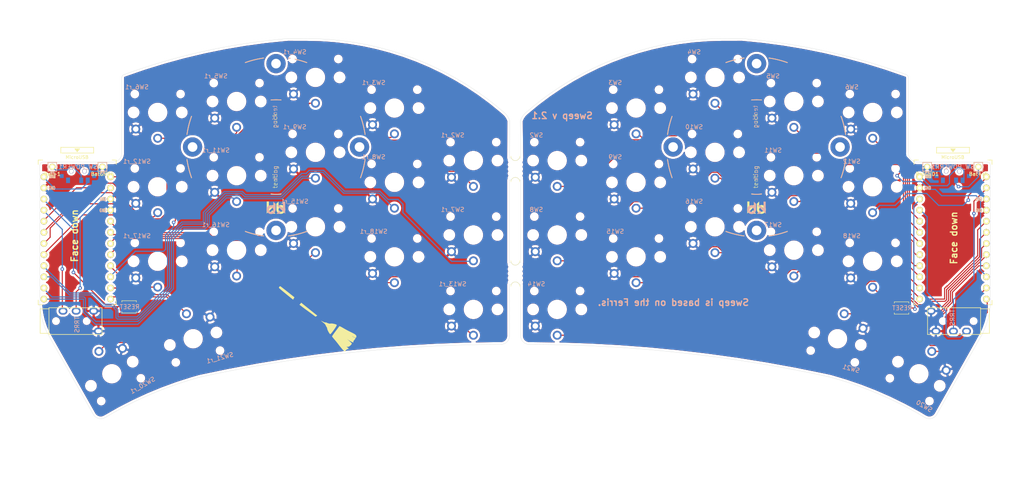
<source format=kicad_pcb>
(kicad_pcb (version 20211014) (generator pcbnew)
  (layers (0 "F.Cu" signal) (31 "B.Cu" signal) (34 "B.Paste" user) (35 "F.Paste" user) (36 "B.SilkS" user "B.Silkscreen") (37 "F.SilkS" user "F.Silkscreen") (38 "B.Mask" user) (39 "F.Mask" user) (44 "Edge.Cuts" user))
  (net 0 "")
  (net 1 "BT+")
  (net 2 "gnd")
  (net 3 "vcc")
  (net 4 "Switch18")
  (net 5 "reset")
  (net 6 "Switch1")
  (net 7 "Switch2")
  (net 8 "Switch3")
  (net 9 "Switch4")
  (net 10 "Switch5")
  (net 11 "Switch6")
  (net 12 "Switch7")
  (net 13 "Switch8")
  (net 14 "Switch9")
  (net 15 "Switch10")
  (net 16 "Switch11")
  (net 17 "Switch12")
  (net 18 "Switch13")
  (net 19 "Switch14")
  (net 20 "Switch15")
  (net 21 "Switch16")
  (net 22 "Switch17")
  (net 23 "Net-(SW_POWER1-Pad1)")
  (net 24 "raw")
  (net 25 "BT+_r")
  (net 26 "Switch18_r")
  (net 27 "reset_r")
  (net 28 "Switch9_r")
  (net 29 "Switch10_r")
  (net 30 "Switch11_r")
  (net 31 "Switch12_r")
  (net 32 "Switch13_r")
  (net 33 "Switch14_r")
  (net 34 "Switch15_r")
  (net 35 "Switch16_r")
  (net 36 "Switch17_r")
  (net 37 "Switch1_r")
  (net 38 "Switch2_r")
  (net 39 "Switch3_r")
  (net 40 "Switch4_r")
  (net 41 "Switch5_r")
  (net 42 "Switch6_r")
  (net 43 "Switch7_r")
  (net 44 "Switch8_r")
  (net 45 "Net-(SW_POWERR1-Pad1)")
  (footprint "kbd:ProMicro_v3_min" (layer "F.Cu") (at 230.178 67.564)
    (fp_text reference "U1" hide)
    (fp_text value "ProMicro-kbd" hide)
  )
  (footprint "Kailh:TRRS-PJ-320A" (layer "F.Cu") (at 236.474 86.052 -90)
    (fp_text reference "J2")
    (fp_text value "AudioJack4dpb" hide)
  )
  (footprint "Kailh:SW_PG1350_nonrev_DPB" (layer "F.Cu") (at 175.856 64.516)
    (fp_text reference "SW16" hide)
    (fp_text value "SW_Push" hide)
  )
  (footprint "Kailh:SW_PG1350_nonrev_DPB" (layer "F.Cu") (at 222.386 98.082 150)
    (fp_text reference "SW20" hide)
    (fp_text value "SW_Push" hide)
  )
  (footprint "Kailh:SW_PG1350_nonrev_DPB" (layer "F.Cu") (at 157.856 71.374)
    (fp_text reference "SW15" hide)
    (fp_text value "SW_Push" hide)
  )
  (footprint "Kailh:SW_PG1350_nonrev_DPB" (layer "F.Cu") (at 203.826 90.082 165)
    (fp_text reference "SW21" hide)
    (fp_text value "SW_Push" hide)
  )
  (footprint "Kailh:SW_PG1350_nonrev_DPB" (layer "F.Cu") (at 193.856 69.85)
    (fp_text reference "SW17" hide)
    (fp_text value "SW_Push" hide)
  )
  (footprint "Kailh:SW_PG1350_nonrev_DPB" (layer "F.Cu") (at 211.836 72.39)
    (fp_text reference "SW18" hide)
    (fp_text value "SW_Push" hide)
  )
  (footprint "Kailh:SW_PG1350_nonrev_DPB" (layer "F.Cu") (at 175.856 30.382)
    (fp_text reference "SW4" hide)
    (fp_text value "SW_Push" hide)
  )
  (footprint "Kailh:SW_PG1350_nonrev_DPB" (layer "F.Cu") (at 157.856 37.382)
    (fp_text reference "SW3" hide)
    (fp_text value "SW_Push" hide)
  )
  (footprint "Kailh:SW_PG1350_nonrev_DPB" (layer "F.Cu") (at 157.856 54.356)
    (fp_text reference "SW9" hide)
    (fp_text value "SW_Push" hide)
  )
  (footprint "Kailh:SW_PG1350_nonrev_DPB" (layer "F.Cu") (at 139.856 83.382)
    (fp_text reference "SW14" hide)
    (fp_text value "SW_Push" hide)
  )
  (footprint "Kailh:SW_PG1350_nonrev_DPB" (layer "F.Cu") (at 211.836 55.372)
    (fp_text reference "SW12" hide)
    (fp_text value "SW_Push" hide)
  )
  (footprint "Kailh:SW_PG1350_nonrev_DPB" (layer "F.Cu") (at 193.856 52.832)
    (fp_text reference "SW11" hide)
    (fp_text value "SW_Push" hide)
  )
  (footprint "Kailh:SW_PG1350_nonrev_DPB" (layer "F.Cu") (at 139.856 66.382)
    (fp_text reference "SW8" hide)
    (fp_text value "SW_Push" hide)
  )
  (footprint "Kailh:SW_PG1350_nonrev_DPB" (layer "F.Cu") (at 211.856 38.382)
    (fp_text reference "SW6" hide)
    (fp_text value "SW_Push" hide)
  )
  (footprint "Kailh:SW_PG1350_nonrev_DPB" (layer "F.Cu") (at 193.856 35.882)
    (fp_text reference "SW5" hide)
    (fp_text value "SW_Push" hide)
  )
  (footprint "Kailh:SW_PG1350_nonrev_DPB" (layer "F.Cu") (at 139.856 49.382)
    (fp_text reference "SW2" hide)
    (fp_text value "SW_Push" hide)
  )
  (footprint "Duckyb-Parts:mouse-bite-5mm-slot-with-space-for-track" (layer "F.Cu") (at 130.302 51.308)
    (fp_text reference "mouse-bite-2mm-slot" hide)
    (fp_text value "VAL**" hide)
  )
  (footprint "Duckyb-Parts:mouse-bite-5mm-slot-with-space-for-track" (layer "F.Cu") (at 130.302 75.184)
    (fp_text reference "mouse-bite-2mm-slot" hide)
    (fp_text value "VAL**" hide)
  )
  (footprint "kbd:SW_SPST_B3U-1000P" (layer "F.Cu") (at 218.44 83.058)
    (fp_text reference "RSW1" hide)
    (fp_text value "SW_Push")
  )
  (footprint "Kailh:SW_PG1350_nonrev_DPB" (layer "F.Cu") (at 175.856 47.498)
    (fp_text reference "SW10" hide)
    (fp_text value "SW_Push" hide)
  )
  (footprint "kbd:Tenting_Puck2" (layer "F.Cu") (at 185.356 46.282)
    (fp_text reference "REF**")
    (fp_text value "Tenting Puck")
  )
  (footprint "kbd:1pin_conn" (layer "F.Cu") (at 235.966 50.8)
    (fp_text reference "Bat+r1")
    (fp_text value "MountingHole_Pad" hide)
  )
  (footprint "kbd:1pin_conn" (layer "F.Cu") (at 224.282 50.8)
    (fp_text reference "BatGND1")
    (fp_text value "MountingHole_Pad" hide)
  )
  (footprint "kbd:ProMicro_v3_min" (layer "F.Cu") (at 30.326 67.564)
    (fp_text reference "U2" hide)
    (fp_text value "ProMicro-kbd" hide)
  )
  (footprint "Kailh:TRRS-PJ-320A" (layer "F.Cu") (at 23.876 86.052 90)
    (fp_text reference "J1")
    (fp_text value "AudioJack4dpb" hide)
  )
  (footprint "Kailh:SW_PG1350_nonrev_DPB" (layer "F.Cu") (at 48.686 72.39)
    (fp_text reference "SW17_r1" hide)
    (fp_text value "SW_Push" hide)
  )
  (footprint "Kailh:SW_PG1350_nonrev_DPB" (layer "F.Cu") (at 66.7 52.832)
    (fp_text reference "SW11_r1" hide)
    (fp_text value "SW_Push" hide)
  )
  (footprint "Kailh:SW_PG1350_nonrev_DPB" (layer "F.Cu") (at 84.688 64.516)
    (fp_text reference "SW15_r1" hide)
    (fp_text value "SW_Push" hide)
  )
  (footprint "Kailh:SW_PG1350_nonrev_DPB" (layer "F.Cu") (at 102.714 71.374)
    (fp_text reference "SW18_r1" hide)
    (fp_text value "SW_Push" hide)
  )
  (footprint "Kailh:SW_PG1350_nonrev_DPB" (layer "F.Cu") (at 48.686 38.382)
    (fp_text reference "SW6_r1" hide)
    (fp_text value "SW_Push" hide)
  )
  (footprint "Kailh:SW_PG1350_nonrev_DPB" (layer "F.Cu") (at 66.7 35.882)
    (fp_text reference "SW5_r1" hide)
    (fp_text value "SW_Push" hide)
  )
  (footprint "Kailh:SW_PG1350_nonrev_DPB" (layer "F.Cu") (at 120.732 49.382)
    (fp_text reference "SW2_r1" hide)
    (fp_text value "SW_Push" hide)
  )
  (footprint "Kailh:SW_PG1350_nonrev_DPB" (layer "F.Cu") (at 66.7 69.85)
    (fp_text reference "SW16_r1" hide)
    (fp_text value "SW_Push" hide)
  )
  (footprint "Kailh:SW_PG1350_nonrev_DPB" (layer "F.Cu") (at 84.688 30.382)
    (fp_text reference "SW4_r1" hide)
    (fp_text value "SW_Push" hide)
  )
  (footprint "Kailh:SW_PG1350_nonrev_DPB" (layer "F.Cu") (at 120.732 83.382)
    (fp_text reference "SW13_r1" hide)
    (fp_text value "SW_Push" hide)
  )
  (footprint "Kailh:SW_PG1350_nonrev_DPB" (layer "F.Cu") (at 48.686 55.372)
    (fp_text reference "SW12_r1" hide)
    (fp_text value "SW_Push" hide)
  )
  (footprint "Kailh:SW_PG1350_nonrev_DPB" (layer "F.Cu") (at 102.714 37.382)
    (fp_text reference "SW3_r1" hide)
    (fp_text value "SW_Push" hide)
  )
  (footprint "Kailh:SW_PG1350_nonrev_DPB" (layer "F.Cu") (at 102.714 54.356)
    (fp_text reference "SW8_r1" hide)
    (fp_text value "SW_Push" hide)
  )
  (footprint "Kailh:SW_PG1350_nonrev_DPB" (layer "F.Cu") (at 56.778 90.082 -165)
    (fp_text reference "SW21_r1" hide)
    (fp_text value "SW_Push" hide)
  )
  (footprint "Kailh:ferris_broom" (layer "F.Cu") (at 84.074 85.344 7)
    (fp_text reference "G***" hide)
    (fp_text value "LOGO" hide)
  )
  (footprint "Kailh:SW_PG1350_nonrev_DPB" (layer "F.Cu") (at 84.688 47.498)
    (fp_text reference "SW9_r1" hide)
    (fp_text value "SW_Push" hide)
  )
  (footprint "Kailh:SW_PG1350_nonrev_DPB" (layer "F.Cu") (at 38.218 98.082 -150)
    (fp_text reference "SW20_r1" hide)
    (fp_text value "SW_Push" hide)
  )
  (footprint "Kailh:SW_PG1350_nonrev_DPB" (layer "F.Cu") (at 120.732 66.382)
    (fp_text reference "SW7_r1" hide)
    (fp_text value "SW_Push" hide)
  )
  (footprint "kbd:Tenting_Puck2" (layer "F.Cu") (at 75.692 46.282)
    (fp_text reference "REF**")
    (fp_text value "Tenting Puck")
  )
  (footprint "kbd:1pin_conn" (layer "F.Cu") (at 36.068 50.8)
    (fp_text reference "BatGND4")
    (fp_text value "MountingHole_Pad" hide)
  )
  (footprint "kbd:1pin_conn" (layer "F.Cu") (at 24.638 50.8)
    (fp_text reference "Bat+1")
    (fp_text value "MountingHole_Pad" hide)
  )
  (footprint "kbd:SW_SPST_B3U-1000P" (layer "F.Cu") (at 42.164 82.804)
    (fp_text reference "RSW2" hide)
    (fp_text value "SW_Push")
  )
  (footprint "Kailh:SPDT_C128955" (layer "B.Cu") (at 230.124 51.816 180)
    (fp_text reference "SW_POWERR1")
    (fp_text value "SW_SPDT")
  )
  (footprint "Kailh:SPDT_C128955" (layer "B.Cu") (at 30.48 51.816 180)
    (fp_text reference "SW_POWER1")
    (fp_text value "SW_SPDT")
  )
  (gr_line (start 131.5085 77.724) (end 131.506 89.547024) (layer "Edge.Cuts") (width 0.05))
  (gr_line (start 219.998001 47.763999) (end 219.998045 30.439419) (layer "Edge.Cuts") (width 0.05))
  (gr_arc (start 226.446 107.451265) (mid 225.204995 108.32098) (end 223.714 108.05) (layer "Edge.Cuts") (width 0.05))
  (gr_arc (start 222.033002 49.694917) (mid 220.620534 49.145716) (end 219.998001 47.763999) (layer "Edge.Cuts") (width 0.05))
  (gr_arc (start 182.067777 21.502679) (mid 201.091879 24.375764) (end 219.56329 29.758889) (layer "Edge.Cuts") (width 0.05))
  (gr_arc (start 132.892692 38.264646) (mid 153.988408 25.788783) (end 178.120389 21.508139) (layer "Edge.Cuts") (width 0.05))
  (gr_arc (start 237.938 49.692) (mid 238.46833 49.91167) (end 238.688 50.442) (layer "Edge.Cuts") (width 0.05))
  (gr_arc (start 131.466055 40.278702) (mid 132.022929 39.160882) (end 132.893 38.265) (layer "Edge.Cuts") (width 0.05))
  (gr_arc (start 133.544 91.383119) (mid 132.156573 90.874102) (end 131.506254 89.547024) (layer "Edge.Cuts") (width 0.05))
  (gr_arc (start 219.56329 29.758889) (mid 219.880079 30.035645) (end 219.998045 30.439419) (layer "Edge.Cuts") (width 0.05))
  (gr_arc (start 202.185134 98.863946) (mid 213.262488 102.723597) (end 223.714 108.05) (layer "Edge.Cuts") (width 0.05))
  (gr_line (start 222.033002 49.694917) (end 237.938 49.692) (layer "Edge.Cuts") (width 0.05))
  (gr_arc (start 133.544 91.383119) (mid 168.064442 93.289554) (end 202.185134 98.863946) (layer "Edge.Cuts") (width 0.05))
  (gr_line (start 238.688 58.42) (end 238.688 66.548) (layer "Edge.Cuts") (width 0.05))
  (gr_line (start 236.953304 88.85815) (end 226.446 107.451265) (layer "Edge.Cuts") (width 0.05))
  (gr_arc (start 238.7 81.534) (mid 238.242913 85.295347) (end 236.953304 88.85815) (layer "Edge.Cuts") (width 0.05))
  (gr_line (start 182.067777 21.502679) (end 178.120389 21.508139) (layer "Edge.Cuts") (width 0.05))
  (gr_line (start 238.688 50.442) (end 238.688 58.42) (layer "Edge.Cuts") (width 0.05))
  (gr_line (start 131.466055 40.278702) (end 131.572 48.768) (layer "Edge.Cuts") (width 0.05))
  (gr_line (start 129.3495 48.768) (end 128.96 48.768) (layer "Edge.Cuts") (width 0.05))
  (gr_line (start 238.688 66.548) (end 238.688 75.438) (layer "Edge.Cuts") (width 0.05))
  (gr_line (start 238.688 75.438) (end 238.7 81.534) (layer "Edge.Cuts") (width 0.05))
  (gr_line (start 129.3495 72.644) (end 128.96 72.644) (layer "Edge.Cuts") (width 0.05))
  (gr_line (start 129.3495 53.848) (end 128.96 53.848) (layer "Edge.Cuts") (width 0.05))
  (gr_line (start 129.3495 77.724) (end 128.96 77.724) (layer "Edge.Cuts") (width 0.05))
  (gr_line (start 131.572 53.848) (end 131.572 72.644) (layer "Edge.Cuts") (width 0.05))
  (gr_line (start 78.412223 21.502679) (end 82.613611 21.508139) (layer "Edge.Cuts") (width 0.05))
  (gr_line (start 21.792 50.442) (end 21.792 58.42) (layer "Edge.Cuts") (width 0.05))
  (gr_line (start 128.96 77.724) (end 128.975507 89.545022) (layer "Edge.Cuts") (width 0.05))
  (gr_arc (start 127.587 38.265) (mid 128.457071 39.160882) (end 129.013945 40.278702) (layer "Edge.Cuts") (width 0.05))
  (gr_arc (start 128.975507 89.545022) (mid 128.324689 90.873432) (end 126.936 91.383119) (layer "Edge.Cuts") (width 0.05))
  (gr_line (start 40.481999 47.763999) (end 40.481955 30.439419) (layer "Edge.Cuts") (width 0.05))
  (gr_line (start 21.792 66.548) (end 21.792 73.914) (layer "Edge.Cuts") (width 0.05))
  (gr_line (start 23.526696 88.85815) (end 34.034 107.451265) (layer "Edge.Cuts") (width 0.05))
  (gr_arc (start 40.481999 47.763999) (mid 39.859467 49.145717) (end 38.446998 49.694917) (layer "Edge.Cuts") (width 0.05))
  (gr_arc (start 40.91671 29.758889) (mid 59.388121 24.375764) (end 78.412223 21.502679) (layer "Edge.Cuts") (width 0.05))
  (gr_arc (start 58.294866 98.863946) (mid 92.415558 93.289555) (end 126.936 91.383119) (layer "Edge.Cuts") (width 0.05))
  (gr_arc (start 23.526696 88.85815) (mid 22.237087 85.295347) (end 21.78 81.534) (layer "Edge.Cuts") (width 0.05))
  (gr_arc (start 21.792 50.442) (mid 22.01167 49.91167) (end 22.542 49.692) (layer "Edge.Cuts") (width 0.05))
  (gr_line (start 38.446998 49.694917) (end 22.542 49.692) (layer "Edge.Cuts") (width 0.05))
  (gr_line (start 21.792 58.42) (end 21.792 66.548) (layer "Edge.Cuts") (width 0.05))
  (gr_arc (start 40.481955 30.439419) (mid 40.599921 30.035645) (end 40.91671 29.758889) (layer "Edge.Cuts") (width 0.05))
  (gr_arc (start 36.766 108.05) (mid 35.275005 108.32098) (end 34.034 107.451265) (layer "Edge.Cuts") (width 0.05))
  (gr_arc (start 82.613611 21.508139) (mid 106.610476 25.833455) (end 127.587 38.265) (layer "Edge.Cuts") (width 0.05))
  (gr_arc (start 36.766 108.05) (mid 47.217512 102.723597) (end 58.294866 98.863946) (layer "Edge.Cuts") (width 0.05))
  (gr_line (start 21.792 73.914) (end 21.78 81.534) (layer "Edge.Cuts") (width 0.05))
  (gr_line (start 128.96 53.848) (end 128.96 72.644) (layer "Edge.Cuts") (width 0.05))
  (gr_line (start 129.013945 40.278702) (end 128.96 48.768) (layer "Edge.Cuts") (width 0.05))
  (gr_line (start 131.572 72.644) (end 131.2545 72.644) (layer "Edge.Cuts") (width 0.05))
  (gr_arc (start 129.349501 77.724) (mid 130.302 77.079127) (end 131.254499 77.724001) (layer "Edge.Cuts") (width 0.05))
  (gr_line (start 131.572 53.848) (end 131.2545 53.848) (layer "Edge.Cuts") (width 0.05))
  (gr_line (start 131.572 48.768) (end 131.2545 48.768) (layer "Edge.Cuts") (width 0.05))
  (gr_line (start 131.5085 77.724) (end 131.2545 77.724) (layer "Edge.Cuts") (width 0.05))
  (gr_arc (start 131.254499 72.644) (mid 130.302 73.288873) (end 129.349501 72.643999) (layer "Edge.Cuts") (width 0.05))
  (gr_arc (start 131.254499 48.768) (mid 130.302 49.412873) (end 129.349501 48.767999) (layer "Edge.Cuts") (width 0.05))
  (gr_arc (start 129.349501 53.848) (mid 130.302 53.203127) (end 131.254499 53.848001) (layer "Edge.Cuts") (width 0.05))
  (gr_text "Sweep v 2.1" (at 140.97 39.116) (layer "B.SilkS") (effects (font (size 1.5 1.5) (thickness 0.3)) (justify mirror)))
  (gr_text "Sweep is based on the Ferris." (at 166.37 81.788) (layer "B.SilkS") (effects (font (size 1.5 1.5) (thickness 0.3)) (justify mirror)))
  (gr_text "Face down" (at 230.378 67.056 90) (layer "F.SilkS") (effects (font (size 1.5 1.5) (thickness 0.3))))
  (gr_text "Face down" (at 29.718 66.548 90) (layer "F.SilkS") (effects (font (size 1.5 1.5) (thickness 0.3))))
  (segment (start 25.360999 51.522999) (end 28.051999 51.522999) (width 0.25) (layer "B.Cu") (net 1))
  (segment (start 24.638 50.8) (end 25.360999 51.522999) (width 0.25) (layer "B.Cu") (net 1))
  (segment (start 29.046501 50.890501) (end 29.373499 50.890501) (width 0.25) (layer "B.Cu") (net 1))
  (segment (start 28.738499 50.836499) (end 28.992499 50.836499) (width 0.25) (layer "B.Cu") (net 1))
  (segment (start 31.23 52.747002) (end 31.23 53.891) (width 0.25) (layer "B.Cu") (net 1))
  (segment (start 28.051999 51.522999) (end 28.738499 50.836499) (width 0.25) (layer "B.Cu") (net 1))
  (segment (start 29.373499 50.890501) (end 31.23 52.747002) (width 0.25) (layer "B.Cu") (net 1))
  (segment (start 28.992499 50.836499) (end 29.046501 50.890501) (width 0.25) (layer "B.Cu") (net 1))
  (segment (start 224.8576 85.65317) (end 225.174 85.33677) (width 0.25) (layer "F.Cu") (net 2))
  (segment (start 225.174 85.33677) (end 225.174 83.552) (width 0.25) (layer "F.Cu") (net 2))
  (segment (start 216.74 83.058) (end 216.74 84.758) (width 0.25) (layer "F.Cu") (net 2))
  (segment (start 216.74 85.54477) (end 216.8484 85.65317) (width 0.25) (layer "F.Cu") (net 2))
  (segment (start 216.8484 85.65317) (end 224.8576 85.65317) (width 0.25) (layer "F.Cu") (net 2))
  (segment (start 225.204 83.522) (end 225.174 83.552) (width 0.25) (layer "F.Cu") (net 2))
  (segment (start 216.74 84.758) (end 216.74 85.54477) (width 0.25) (layer "F.Cu") (net 2))
  (segment (start 40.40601 82.74601) (end 40.464 82.804) (width 0.25) (layer "F.Cu") (net 2))
  (segment (start 34.076 83.552) (end 37.80201 83.552) (width 0.25) (layer "F.Cu") (net 2))
  (segment (start 37.80201 83.552) (end 38.608 82.74601) (width 0.25) (layer "F.Cu") (net 2))
  (segment (start 38.608 82.74601) (end 40.40601 82.74601) (width 0.25) (layer "F.Cu") (net 2))
  (segment (start 213.159159 42.182) (end 206.856 42.182) (width 0.25) (layer "B.Cu") (net 2))
  (segment (start 221.777159 50.8) (end 213.159159 42.182) (width 0.25) (layer "B.Cu") (net 2))
  (segment (start 226.254 88.332) (end 226.274 88.352) (width 0.25) (layer "B.Cu") (net 2))
  (segment (start 226.244 88.322) (end 226.274 88.352) (width 0.25) (layer "B.Cu") (net 2))
  (segment (start 224.282 50.8) (end 221.777159 50.8) (width 0.25) (layer "B.Cu") (net 2))
  (segment (start 26.924 83.4) (end 27.076 83.552) (width 0.25) (layer "F.Cu") (net 3))
  (segment (start 26.924 74.168) (end 26.924 83.4) (width 0.25) (layer "F.Cu") (net 3))
  (via (at 26.924 74.168) (size 0.8) (drill 0.4) (layers "F.Cu" "B.Cu") (net 3))
  (segment (start 228.6 83.82) (end 228.6 89.154) (width 0.25) (layer "B.Cu") (net 3))
  (segment (start 233.254 88.332) (end 233.274 88.352) (width 0.25) (layer "B.Cu") (net 3))
  (segment (start 224.282 79.502) (end 224.282 62.2186) (width 0.25) (layer "B.Cu") (net 3))
  (segment (start 228.6 83.82) (end 224.282 79.502) (width 0.25) (layer "B.Cu") (net 3))
  (segment (start 224.282 62.2186) (end 222.7694 60.706) (width 0.25) (layer "B.Cu") (net 3))
  (segment (start 229.108 89.662) (end 231.764 89.662) (width 0.25) (layer "B.Cu") (net 3))
  (segment (start 228.6 89.154) (end 229.108 89.662) (width 0.25) (layer "B.Cu") (net 3))
  (segment (start 233.274 88.152) (end 232.341 89.085) (width 0.25) (layer "B.Cu") (net 3))
  (segment (start 231.764 89.662) (end 232.341 89.085) (width 0.25) (layer "B.Cu") (net 3))
  (segment (start 26.924 74.168) (end 26.924 74.422) (width 0.25) (layer "B.Cu") (net 3))
  (segment (start 26.924 65.1126) (end 26.924 74.168) (width 0.25) (layer "B.Cu") (net 3))
  (segment (start 22.5174 60.706) (end 26.924 65.1126) (width 0.25) (layer "B.Cu") (net 3))
  (segment (start 237.9894 55.626) (end 234.95 58.6654) (width 0.25) (layer "F.Cu") (net 4))
  (segment (start 234.95 58.6654) (end 234.95 61.468) (width 0.25) (layer "F.Cu") (net 4))
  (via (at 234.95 61.468) (size 0.8) (drill 0.4) (layers "F.Cu" "B.Cu") (net 4))
  (segment (start 230.274 81.13) (end 234.95 76.454) (width 0.25) (layer "B.Cu") (net 4))
  (segment (start 230.274 88.152) (end 230.274 81.13) (width 0.25) (layer "B.Cu") (net 4))
  (segment (start 234.95 61.468) (end 234.95 61.468) (width 0.25) (layer "B.Cu") (net 4))
  (segment (start 234.95 76.454) (end 234.95 61.468) (width 0.25) (layer "B.Cu") (net 4))
  (segment (start 220.14 83.058) (end 221.234 83.058) (width 0.25) (layer "F.Cu") (net 5))
  (segment (start 221.234 83.058) (end 221.488 83.312) (width 0.25) (layer "F.Cu") (net 5))
  (via (at 221.488 83.312) (size 0.8) (drill 0.4) (layers "F.Cu" "B.Cu") (net 5))
  (segment (start 221.488 82.55) (end 221.234 82.296) (width 0.25) (layer "B.Cu") (net 5))
  (segment (start 221.488 83.312) (end 221.488 82.55) (width 0.25) (layer "B.Cu") (net 5))
  (segment (start 221.234 59.7014) (end 221.234 82.296) (width 0.25) (layer "B.Cu") (net 5))
  (segment (start 222.7694 58.166) (end 221.234 59.7014) (width 0.25) (layer "B.Cu") (net 5))
  (segment (start 164.03999 43.73201) (end 167.057719 43.732009) (width 0.25) (layer "F.Cu") (net 6))
  (segment (start 188.6032 46.36602) (end 196.53079 46.36602) (width 0.25) (layer "F.Cu") (net 6))
  (segment (start 205.486 50.8) (end 205.994 50.292) (width 0.25) (layer "F.Cu") (net 6))
  (segment (start 139.856 55.282) (end 146.295954 55.282) (width 0.25) (layer "F.Cu") (net 6))
  (segment (start 218.41796 51.83804) (end 217.424 52.832) (width 0.25) (layer "F.Cu") (net 6))
  (segment (start 146.295954 55.282) (end 156.954953 44.623001) (width 0.25) (layer "F.Cu") (net 6))
  (segment (start 205.994 50.292) (end 217.678 50.292) (width 0.25) (layer "F.Cu") (net 6))
  (segment (start 169.641728 41.148) (end 183.38518 41.148) (width 0.25) (layer "F.Cu") (net 6))
  (segment (start 202.946 50.8) (end 205.486 50.8) (width 0.25) (layer "F.Cu") (net 6))
  (segment (start 197.85878 47.69401) (end 199.84001 47.69401) (width 0.25) (layer "F.Cu") (net 6))
  (segment (start 237.675495 76.259905) (end 237.9894 75.946) (width 0.25) (layer "F.Cu") (net 6))
  (segment (start 217.678 50.292) (end 218.41796 51.03196) (width 0.25) (layer "F.Cu") (net 6))
  (segment (start 196.53079 46.36602) (end 197.85878 47.69401) (width 0.25) (layer "F.Cu") (net 6))
  (segment (start 156.954953 44.623001) (end 163.148999 44.623001) (width 0.25) (layer "F.Cu") (net 6))
  (segment (start 218.41796 51.03196) (end 218.41796 51.83804) (width 0.25) (layer "F.Cu") (net 6))
  (segment (start 199.84001 47.69401) (end 202.946 50.8) (width 0.25) (layer "F.Cu") (net 6))
  (segment (start 183.38518 41.148) (end 188.6032 46.36602) (width 0.25) (layer "F.Cu") (net 6))
  (segment (start 217.424 52.832) (end 217.424 52.832) (width 0.25) (layer "F.Cu") (net 6))
  (segment (start 163.148999 44.623001) (end 164.03999 43.73201) (width 0.25) (layer "F.Cu") (net 6))
  (segment (start 167.057719 43.732009) (end 169.641728 41.148) (width 0.25) (layer "F.Cu") (net 6))
  (via (at 217.424 52.832) (size 0.8) (drill 0.4) (layers "F.Cu" "B.Cu") (net 6))
  (segment (start 237.9894 75.946) (end 236.4697 74.4263) (width 0.25) (layer "B.Cu") (net 6))
  (segment (start 236.4697 58.4243) (end 235.4451 57.3997) (width 0.25) (layer "B.Cu") (net 6))
  (segment (start 236.4697 74.4263) (end 236.4697 58.4243) (width 0.25) (layer "B.Cu") (net 6))
  (segment (start 224.711081 55.958919) (end 222.925163 54.173001) (width 0.25) (layer "B.Cu") (net 6))
  (segment (start 218.765001 54.173001) (end 217.424 52.832) (width 0.25) (layer "B.Cu") (net 6))
  (segment (start 235.4451 57.3997) (end 227.5797 57.3997) (width 0.25) (layer "B.Cu") (net 6))
  (segment (start 227.5797 57.3997) (end 226.138919 55.958919) (width 0.25) (layer "B.Cu") (net 6))
  (segment (start 226.138919 55.958919) (end 224.711081 55.958919) (width 0.25) (layer "B.Cu") (net 6))
  (segment (start 222.925163 54.173001) (end 218.765001 54.173001) (width 0.25) (layer "B.Cu") (net 6))
  (segment (start 203.07441 50.292) (end 205.35759 50.292) (width 0.25) (layer "F.Cu") (net 7))
  (segment (start 205.933189 49.716401) (end 218.243991 49.716401) (width 0.25) (layer "F.Cu") (net 7))
  (segment (start 218.86797 50.34038) (end 218.86797 65.70597) (width 0.25) (layer "F.Cu") (net 7))
  (segment (start 200.026411 47.244001) (end 203.07441 50.292) (width 0.25) (layer "F.Cu") (net 7))
  (segment (start 159.234991 44.172991) (end 162.962599 44.172991) (width 0.25) (layer "F.Cu") (net 7))
  (segment (start 163.853591 43.282001) (end 166.871317 43.282001) (width 0.25) (layer "F.Cu") (net 7))
  (segment (start 157.856 43.282) (end 158.344 43.282) (width 0.25) (layer "F.Cu") (net 7))
  (segment (start 169.513318 40.64) (end 183.51359 40.64) (width 0.25) (layer "F.Cu") (net 7))
  (segment (start 205.35759 50.292) (end 205.933189 49.716401) (width 0.25) (layer "F.Cu") (net 7))
  (segment (start 166.871317 43.282001) (end 169.513318 40.64) (width 0.25) (layer "F.Cu") (net 7))
  (segment (start 162.962599 44.172991) (end 163.853591 43.282001) (width 0.25) (layer "F.Cu") (net 7))
  (segment (start 158.344 43.282) (end 159.234991 44.172991) (width 0.25) (layer "F.Cu") (net 7))
  (segment (start 218.243991 49.716401) (end 218.86797 50.34038) (width 0.25) (layer "F.Cu") (net 7))
  (segment (start 221.234 70.358) (end 221.742 70.866) (width 0.25) (layer "F.Cu") (net 7))
  (segment (start 218.86797 65.70597) (end 221.234 68.072) (width 0.25) (layer "F.Cu") (net 7))
  (segment (start 221.234 68.072) (end 221.234 70.358) (width 0.25) (layer "F.Cu") (net 7))
  (segment (start 221.742 70.866) (end 222.5694 70.866) (width 0.25) (layer "F.Cu") (net 7))
  (segment (start 198.55318 47.244) (end 200.026411 47.244001) (width 0.25) (layer "F.Cu") (net 7))
  (segment (start 198.46359 47.15441) (end 198.55318 47.244) (width 0.25) (layer "F.Cu") (net 7))
  (segment (start 196.71719 45.91601) (end 197.95559 47.15441) (width 0.25) (layer "F.Cu") (net 7))
  (segment (start 183.51359 40.64) (end 188.7896 45.91601) (width 0.25) (layer "F.Cu") (net 7))
  (segment (start 188.7896 45.91601) (end 196.71719 45.91601) (width 0.25) (layer "F.Cu") (net 7))
  (segment (start 197.95559 47.15441) (end 198.46359 47.15441) (width 0.25) (layer "F.Cu") (net 7))
  (segment (start 219.31798 64.87458) (end 222.7694 68.326) (width 0.25) (layer "F.Cu") (net 8))
  (segment (start 188.976 45.466) (end 196.90359 45.466) (width 0.25) (layer "F.Cu") (net 8))
  (segment (start 179.76399 40.18999) (end 183.69999 40.18999) (width 0.25) (layer "F.Cu") (net 8))
  (segment (start 198.1156 46.67801) (end 200.20999 46.67801) (width 0.25) (layer "F.Cu") (net 8))
  (segment (start 218.430392 49.266392) (end 219.31798 50.15398) (width 0.25) (layer "F.Cu") (net 8))
  (segment (start 183.69999 40.18999) (end 188.976 45.466) (width 0.25) (layer "F.Cu") (net 8))
  (segment (start 205.17119 49.84199) (end 205.746788 49.266392) (width 0.25) (layer "F.Cu") (net 8))
  (segment (start 219.31798 50.15398) (end 219.31798 64.87458) (width 0.25) (layer "F.Cu") (net 8))
  (segment (start 196.90359 45.466) (end 198.1156 46.67801) (width 0.25) (layer "F.Cu") (net 8))
  (segment (start 175.856 36.282) (end 179.76399 40.18999) (width 0.25) (layer "F.Cu") (net 8))
  (segment (start 205.746788 49.266392) (end 218.430392 49.266392) (width 0.25) (layer "F.Cu") (net 8))
  (segment (start 203.26081 49.84199) (end 205.17119 49.84199) (width 0.25) (layer "F.Cu") (net 8))
  (segment (start 200.20999 46.67801) (end 200.20999 46.79117) (width 0.25) (layer "F.Cu") (net 8))
  (segment (start 200.20999 46.79117) (end 203.26081 49.84199) (width 0.25) (layer "F.Cu") (net 8))
  (segment (start 193.856 41.782) (end 198.302 46.228) (width 0.25) (layer "F.Cu") (net 9))
  (segment (start 219.76799 49.84199) (end 219.76799 62.78459) (width 0.25) (layer "F.Cu") (net 9))
  (segment (start 203.44721 49.39198) (end 204.98479 49.39198) (width 0.25) (layer "F.Cu") (net 9))
  (segment (start 205.560388 48.816382) (end 218.742382 48.816382) (width 0.25) (layer "F.Cu") (net 9))
  (segment (start 218.742382 48.816382) (end 219.76799 49.84199) (width 0.25) (layer "F.Cu") (net 9))
  (segment (start 200.66 46.49161) (end 200.66 46.60477) (width 0.25) (layer "F.Cu") (net 9))
  (segment (start 200.396391 46.228001) (end 200.66 46.49161) (width 0.25) (layer "F.Cu") (net 9))
  (segment (start 204.98479 49.39198) (end 205.560388 48.816382) (width 0.25) (layer "F.Cu") (net 9))
  (segment (start 219.76799 62.78459) (end 222.7694 65.786) (width 0.25) (layer "F.Cu") (net 9))
  (segment (start 198.302 46.228) (end 200.396391 46.228001) (width 0.25) (layer "F.Cu") (net 9))
  (segment (start 200.66 46.60477) (end 203.44721 49.39198) (width 0.25) (layer "F.Cu") (net 9))
  (segment (start 220.218 49.276) (end 220.218 60.6946) (width 0.25) (layer "F.Cu") (net 10))
  (segment (start 211.856 44.282) (end 215.940372 48.366372) (width 0.25) (layer "F.Cu") (net 10))
  (segment (start 215.940372 48.366372) (end 219.308372 48.366372) (width 0.25) (layer "F.Cu") (net 10))
  (segment (start 220.218 60.6946) (end 222.7694 63.246) (width 0.25) (layer "F.Cu") (net 10))
  (segment (start 219.308372 48.366372) (end 220.218 49.276) (width 0.25) (layer "F.Cu") (net 10))
  (segment (start 190.290508 58.98599) (end 192.78552 56.49098) (width 0.25) (layer "F.Cu") (net 11))
  (segment (start 160.13599 59.80599) (end 166.738918 59.80599) (width 0.25) (layer "F.Cu") (net 11))
  (segment (start 157.339659 58.787659) (end 159.117659 58.787659) (width 0.25) (layer "F.Cu") (net 11))
  (segment (start 139.856 72.282) (end 143.845318 72.282) (width 0.25) (layer "F.Cu") (net 11))
  (segment (start 143.845318 72.282) (end 157.339659 58.787659) (width 0.25) (layer "F.Cu") (net 11))
  (segment (start 180.097546 55.106454) (end 180.097546 56.399546) (width 0.25) (layer "F.Cu") (net 11))
  (segment (start 197.209801 56.490981) (end 205.858801 65.139981) (width 0.25) (layer "F.Cu") (net 11))
  (segment (start 176.598082 51.60699) (end 180.097546 55.106454) (width 0.25) (layer "F.Cu") (net 11))
  (segment (start 217.665571 65.139981) (end 220.534795 68.009205) (width 0.25) (layer "F.Cu") (net 11))
  (segment (start 182.68399 58.98599) (end 190.290508 58.98599) (width 0.25) (layer "F.Cu") (net 11))
  (segment (start 220.534795 68.009205) (end 220.61002 68.08443) (width 0.25) (layer "F.Cu") (net 11))
  (segment (start 220.61002 68.08443) (end 220.61002 72.52802) (width 0.25) (layer "F.Cu") (net 11))
  (segment (start 159.117659 58.787659) (end 160.13599 59.80599) (width 0.25) (layer "F.Cu") (net 11))
  (segment (start 174.937919 51.606989) (end 176.598082 51.60699) (width 0.25) (layer "F.Cu") (net 11))
  (segment (start 166.738918 59.80599) (end 174.937919 51.606989) (width 0.25) (layer "F.Cu") (net 11))
  (segment (start 205.858801 65.139981) (end 217.665571 65.139981) (width 0.25) (layer "F.Cu") (net 11))
  (segment (start 220.61002 72.52802) (end 221.488 73.406) (width 0.25) (layer "F.Cu") (net 11))
  (segment (start 221.488 73.406) (end 222.5694 73.406) (width 0.25) (layer "F.Cu") (net 11))
  (segment (start 192.78552 56.49098) (end 197.209801 56.490981) (width 0.25) (layer "F.Cu") (net 11))
  (segment (start 180.097546 56.399546) (end 182.68399 58.98599) (width 0.25) (layer "F.Cu") (net 11))
  (segment (start 205.6724 65.58999) (end 217.479171 65.589991) (width 0.25) (layer "F.Cu") (net 12))
  (segment (start 219.96259 68.07341) (end 220.16001 68.27083) (width 0.25) (layer "F.Cu") (net 12))
  (segment (start 220.16001 68.27083) (end 220.16001 73.53661) (width 0.25) (layer "F.Cu") (net 12))
  (segment (start 217.479171 65.589991) (end 219.96259 68.07341) (width 0.25) (layer "F.Cu") (net 12))
  (segment (start 220.16001 73.53661) (end 222.5694 75.946) (width 0.25) (layer "F.Cu") (net 12))
  (segment (start 179.578 55.223318) (end 179.578 56.57159) (width 0.25) (layer "F.Cu") (net 12))
  (segment (start 197.0234 56.94099) (end 205.6724 65.58999) (width 0.25) (layer "F.Cu") (net 12))
  (segment (start 166.925318 60.256) (end 175.124319 52.056999) (width 0.25) (layer "F.Cu") (net 12))
  (segment (start 192.971919 56.940989) (end 197.0234 56.94099) (width 0.25) (layer "F.Cu") (net 12))
  (segment (start 175.124319 52.056999) (end 176.411681 52.056999) (width 0.25) (layer "F.Cu") (net 12))
  (segment (start 190.476908 59.436) (end 192.971919 56.940989) (width 0.25) (layer "F.Cu") (net 12))
  (segment (start 157.856 60.256) (end 166.925318 60.256) (width 0.25) (layer "F.Cu") (net 12))
  (segment (start 182.44241 59.436) (end 190.476908 59.436) (width 0.25) (layer "F.Cu") (net 12))
  (segment (start 179.578 56.57159) (end 182.44241 59.436) (width 0.25) (layer "F.Cu") (net 12))
  (segment (start 176.411681 52.056999) (end 179.578 55.223318) (width 0.25) (layer "F.Cu") (net 12))
  (segment (start 177.116272 53.398) (end 179.12799 55.409718) (width 0.25) (layer "F.Cu") (net 13))
  (segment (start 219.71 75.6266) (end 222.5694 78.486) (width 0.25) (layer "F.Cu") (net 13))
  (segment (start 182.443001 60.073001) (end 190.476317 60.073001) (width 0.25) (layer "F.Cu") (net 13))
  (segment (start 179.12799 56.75799) (end 182.443001 60.073001) (width 0.25) (layer "F.Cu") (net 13))
  (segment (start 193.158319 57.390999) (end 196.836999 57.390999) (width 0.25) (layer "F.Cu") (net 13))
  (segment (start 175.768 53.398) (end 177.116272 53.398) (width 0.25) (layer "F.Cu") (net 13))
  (segment (start 219.644385 68.391615) (end 219.644385 68.639975) (width 0.25) (layer "F.Cu") (net 13))
  (segment (start 190.476317 60.073001) (end 193.158319 57.390999) (width 0.25) (layer "F.Cu") (net 13))
  (segment (start 196.836999 57.390999) (end 205.486 66.04) (width 0.25) (layer "F.Cu") (net 13))
  (segment (start 219.644385 68.639975) (end 219.71 68.70559) (width 0.25) (layer "F.Cu") (net 13))
  (segment (start 217.29277 66.04) (end 219.644385 68.391615) (width 0.25) (layer "F.Cu") (net 13))
  (segment (start 179.12799 55.409718) (end 179.12799 56.75799) (width 0.25) (layer "F.Cu") (net 13))
  (segment (start 219.71 68.70559) (end 219.71 75.6266) (width 0.25) (layer "F.Cu") (net 13))
  (segment (start 205.486 66.04) (end 217.29277 66.04) (width 0.25) (layer "F.Cu") (net 13))
  (segment (start 195.23884 58.732) (end 196.129831 57.841009) (width 0.25) (layer "F.Cu") (net 14))
  (segment (start 221.7477 80.0043) (end 222.7694 81.026) (width 0.25) (layer "F.Cu") (net 14))
  (segment (start 219.202 68.834) (end 219.202 77.4586) (width 0.25) (layer "F.Cu") (net 14))
  (segment (start 215.58801 66.49001) (end 215.646 66.548) (width 0.25) (layer "F.Cu") (net 14))
  (segment (start 205.2996 66.49001) (end 215.58801 66.49001) (width 0.25) (layer "F.Cu") (net 14))
  (segment (start 193.802 58.732) (end 195.23884 58.732) (width 0.25) (layer "F.Cu") (net 14))
  (segment (start 196.129831 57.841009) (end 196.650599 57.841009) (width 0.25) (layer "F.Cu") (net 14))
  (segment (start 219.202 77.4586) (end 221.7477 80.0043) (width 0.25) (layer "F.Cu") (net 14))
  (segment (start 196.650599 57.841009) (end 205.2996 66.49001) (width 0.25) (layer "F.Cu") (net 14))
  (segment (start 216.916 66.548) (end 219.202 68.834) (width 0.25) (layer "F.Cu") (net 14))
  (segment (start 215.646 66.548) (end 216.916 66.548) (width 0.25) (layer "F.Cu") (net 14))
  (segment (start 237.9894 53.086) (end 233.68 57.3954) (width 0.25) (layer "F.Cu") (net 15))
  (segment (start 233.68 57.3954) (end 233.68 58.42) (width 0.25) (layer "F.Cu") (net 15))
  (via (at 233.68 58.42) (size 0.8) (drill 0.4) (layers "F.Cu" "B.Cu") (net 15))
  (segment (start 232.481001 59.618999) (end 233.68 58.42) (width 0.25) (layer "B.Cu") (net 15))
  (segment (start 233.68 58.42) (end 233.68 58.42) (width 0.25) (layer "B.Cu") (net 15))
  (segment (start 211.836 61.272) (end 213.489001 59.618999) (width 0.25) (layer "B.Cu") (net 15))
  (segment (start 219.71 56.896) (end 224.170002 56.896) (width 0.25) (layer "B.Cu") (net 15))
  (segment (start 216.987001 59.618999) (end 219.71 56.896) (width 0.25) (layer "B.Cu") (net 15))
  (segment (start 226.893001 59.618999) (end 232.481001 59.618999) (width 0.25) (layer "B.Cu") (net 15))
  (segment (start 224.170002 56.896) (end 226.893001 59.618999) (width 0.25) (layer "B.Cu") (net 15))
  (segment (start 213.489001 59.618999) (end 216.987001 59.618999) (width 0.25) (layer "B.Cu") (net 15))
  (segment (start 203.14201 77.7916) (end 203.14201 74.10719) (width 0.25) (layer "F.Cu") (net 16))
  (segment (start 210.633118 75.598972) (end 207.31812 78.91397) (width 0.25) (layer "F.Cu") (net 16))
  (segment (start 228.6 78.232) (end 228.69495 78.232) (width 0.25) (layer "F.Cu") (net 16))
  (segment (start 203.14201 74.10719) (end 202.418793 73.383973) (width 0.25) (layer "F.Cu") (net 16))
  (segment (start 228.808717 78.023283) (end 228.6 78.232) (width 0.25) (layer "F.Cu") (net 16))
  (segment (start 216.916 80.772) (end 215.27602 79.13202) (width 0.25) (layer "F.Cu") (net 16))
  (segment (start 222.25 82.296) (end 220.726 80.772) (width 0.25) (layer "F.Cu") (net 16))
  (segment (start 177.719978 69.515978) (end 176.828989 68.624989) (width 0.25) (layer "F.Cu") (net 16))
  (segment (start 228.256865 78.575135) (end 228.256865 80.986725) (width 0.25) (layer "F.Cu") (net 16))
  (segment (start 235.802379 71.124571) (end 235.802379 65.233021) (width 0.25) (layer "F.Cu") (net 16))
  (segment (start 154.641841 75.932999) (end 152.44126 78.13358) (width 0.25) (layer "F.Cu") (net 16))
  (segment (start 202.418793 73.383973) (end 192.910526 73.383972) (width 0.25) (layer "F.Cu") (net 16))
  (segment (start 223.366176 82.296) (end 222.25 82.296) (width 0.25) (layer "F.Cu") (net 16))
  (segment (start 192.910526 73.383972) (end 190.348498 75.946) (width 0.25) (layer "F.Cu") (net 16))
  (segment (start 228.21759 81.026) (end 224.636176 81.026) (width 0.25) (layer "F.Cu") (net 16))
  (segment (start 224.636176 81.026) (end 223.366176 82.296) (width 0.25) (layer "F.Cu") (net 16))
  (segment (start 228.256865 80.986725) (end 228.21759 81.026) (width 0.25) (layer "F.Cu") (net 16))
  (segment (start 185.234659 72.067341) (end 185.234659 71.188659) (width 0.25) (layer "F.Cu") (net 16))
  (segment (start 228.69495 78.232) (end 235.802379 71.124571) (width 0.25) (layer "F.Cu") (net 16))
  (segment (start 190.348498 75.946) (end 189.113318 75.946) (width 0.25) (layer "F.Cu") (net 16))
  (segment (start 143.636 89.282) (end 139.856 89.282) (width 0.25) (layer "F.Cu") (net 16))
  (segment (start 213.424204 75.598972) (end 210.633118 75.598972) (width 0.25) (layer "F.Cu") (net 16))
  (segment (start 149.31074 78.78126) (end 149.25358 78.78126) (width 0.25) (layer "F.Cu") (net 16))
  (segment (start 228.922887 78.023283) (end 228.808717 78.023283) (width 0.25) (layer "F.Cu") (net 16))
  (segment (start 185.234659 71.188659) (end 183.561978 69.515978) (width 0.25) (layer "F.Cu") (net 16))
  (segment (start 189.113318 75.946) (end 185.234659 72.067341) (width 0.25) (layer "F.Cu") (net 16))
  (segment (start 207.31812 78.91397) (end 204.26438 78.91397) (width 0.25) (layer "F.Cu") (net 16))
  (segment (start 220.726 80.772) (end 216.916 80.772) (width 0.25) (layer "F.Cu") (net 16))
  (segment (start 228.6 78.232) (end 228.256865 78.575135) (width 0.25) (layer "F.Cu") (net 16))
  (segment (start 204.26438 78.91397) (end 203.14201 77.7916) (width 0.25) (layer "F.Cu") (net 16))
  (segment (start 235.802379 65.233021) (end 237.7894 63.246) (width 0.25) (layer "F.Cu") (net 16))
  (segment (start 215.27602 77.450788) (end 213.424204 75.598972) (width 0.25) (layer "F.Cu") (net 16))
  (segment (start 215.27602 79.13202) (end 215.27602 77.450788) (width 0.25) (layer "F.Cu") (net 16))
  (segment (start 183.561978 69.515978) (end 177.719978 69.515978) (width 0.25) (layer "F.Cu") (net 16))
  (segment (start 176.828989 68.624989) (end 174.937919 68.624989) (width 0.25) (layer "F.Cu") (net 16))
  (segment (start 149.25358 78.78126) (end 148.18042 79.85442) (width 0.25) (layer "F.Cu") (net 16))
  (segment (start 148.18042 84.73758) (end 143.636 89.282) (width 0.25) (layer "F.Cu") (net 16))
  (segment (start 148.18042 79.85442) (end 148.18042 84.73758) (width 0.25) (layer "F.Cu") (net 16))
  (segment (start 174.937919 68.624989) (end 172.708454 70.854454) (width 0.25) (layer "F.Cu") (net 16))
  (segment (start 172.708454 70.854454) (end 166.889546 70.854454) (width 0.25) (layer "F.Cu") (net 16))
  (segment (start 166.889546 70.854454) (end 161.811001 75.932999) (width 0.25) (layer "F.Cu") (net 16))
  (segment (start 161.811001 75.932999) (end 154.641841 75.932999) (width 0.25) (layer "F.Cu") (net 16))
  (segment (start 152.44126 78.13358) (end 149.95842 78.13358) (width 0.25) (layer "F.Cu") (net 16))
  (segment (start 149.95842 78.13358) (end 149.31074 78.78126) (width 0.25) (layer "F.Cu") (net 16))
  (segment (start 236.252389 67.323011) (end 237.7894 65.786) (width 0.25) (layer "F.Cu") (net 17))
  (segment (start 214.82601 77.637188) (end 214.82601 79.37078) (width 0.25) (layer "F.Cu") (net 17))
  (segment (start 236.252389 71.330191) (end 236.252389 67.323011) (width 0.25) (layer "F.Cu") (net 17))
  (segment (start 213.237803 76.048981) (end 214.82601 77.637188) (width 0.25) (layer "F.Cu") (net 17))
  (segment (start 229.109287 78.473293) (end 236.252389 71.330191) (width 0.25) (layer "F.Cu") (net 17))
  (segment (start 210.81952 76.04898) (end 213.237803 76.048981) (width 0.25) (layer "F.Cu") (net 17))
  (segment (start 222.108883 82.791293) (end 223.507293 82.791293) (width 0.25) (layer "F.Cu") (net 17))
  (segment (start 229.090067 78.473293) (end 229.109287 78.473293) (width 0.25) (layer "F.Cu") (net 17))
  (segment (start 223.507293 82.791293) (end 224.764586 81.534) (width 0.25) (layer "F.Cu") (net 17))
  (segment (start 228.706875 81.173125) (end 228.706875 78.856485) (width 0.25) (layer "F.Cu") (net 17))
  (segment (start 216.698615 81.243385) (end 220.560975 81.243385) (width 0.25) (layer "F.Cu") (net 17))
  (segment (start 175.124319 69.074999) (end 176.543001 69.074999) (width 0.25) (layer "F.Cu") (net 17))
  (segment (start 183.272012 69.965988) (end 183.375578 69.965988) (width 0.25) (layer "F.Cu") (net 17))
  (segment (start 176.543001 69.074999) (end 176.543001 69.101001) (width 0.25) (layer "F.Cu") (net 17))
  (segment (start 188.926918 76.39601) (end 190.534898 76.39601) (width 0.25) (layer "F.Cu") (net 17))
  (segment (start 183.272009 69.965991) (end 183.272012 69.965988) (width 0.25) (layer "F.Cu") (net 17))
  (segment (start 177.40799 69.96599) (end 178.298401 69.965991) (width 0.25) (layer "F.Cu") (net 17))
  (segment (start 178.298401 69.965991) (end 183.272009 69.965991) (width 0.25) (layer "F.Cu") (net 17))
  (segment (start 161.10641 77.274) (end 167.075946 71.304464) (width 0.25) (layer "F.Cu") (net 17))
  (segment (start 190.534898 76.39601) (end 193.096926 73.833982) (width 0.25) (layer "F.Cu") (net 17))
  (segment (start 193.096926 73.833982) (end 202.232392 73.833982) (width 0.25) (layer "F.Cu") (net 17))
  (segment (start 157.856 77.274) (end 161.10641 77.274) (width 0.25) (layer "F.Cu") (net 17))
  (segment (start 202.496002 74.097592) (end 202.496002 74.480002) (width 0.25) (layer "F.Cu") (net 17))
  (segment (start 202.232392 73.833982) (end 202.496002 74.097592) (width 0.25) (layer "F.Cu") (net 17))
  (segment (start 228.346 81.534) (end 228.706875 81.173125) (width 0.25) (layer "F.Cu") (net 17))
  (segment (start 167.075946 71.304464) (end 172.894854 71.304464) (width 0.25) (layer "F.Cu") (net 17))
  (segment (start 172.894854 71.304464) (end 175.124319 69.074999) (width 0.25) (layer "F.Cu") (net 17))
  (segment (start 207.50452 79.36398) (end 210.81952 76.04898) (width 0.25) (layer "F.Cu") (net 17))
  (segment (start 224.764586 81.534) (end 228.346 81.534) (width 0.25) (layer "F.Cu") (net 17))
  (segment (start 183.375578 69.965988) (end 184.784649 71.375059) (width 0.25) (layer "F.Cu") (net 17))
  (segment (start 184.784649 72.253741) (end 188.926918 76.39601) (width 0.25) (layer "F.Cu") (net 17))
  (segment (start 204.07798 79.36398) (end 207.50452 79.36398) (width 0.25) (layer "F.Cu") (net 17))
  (segment (start 214.82601 79.37078) (end 216.698615 81.243385) (width 0.25) (layer "F.Cu") (net 17))
  (segment (start 202.496002 77.782002) (end 204.07798 79.36398) (width 0.25) (layer "F.Cu") (net 17))
  (segment (start 220.560975 81.243385) (end 222.108883 82.791293) (width 0.25) (layer "F.Cu") (net 17))
  (segment (start 202.496002 74.363998) (end 202.496002 74.480002) (width 0.25) (layer "F.Cu") (net 17))
  (segment (start 176.543001 69.101001) (end 177.40799 69.96599) (width 0.25) (layer "F.Cu") (net 17))
  (segment (start 202.496002 74.480002) (end 202.496002 77.782002) (width 0.25) (layer "F.Cu") (net 17))
  (segment (start 228.706875 78.856485) (end 229.090067 78.473293) (width 0.25) (layer "F.Cu") (net 17))
  (segment (start 184.784649 71.375059) (end 184.784649 72.253741) (width 0.25) (layer "F.Cu") (net 17))
  (segment (start 237.7894 68.326) (end 236.702399 69.413001) (width 0.25) (layer "F.Cu") (net 18))
  (segment (start 207.690918 79.81399) (end 203.76599 79.81399) (width 0.25) (layer "F.Cu") (net 18))
  (segment (start 227.83121 82.6852) (end 227.83121 83.31597) (width 0.25) (layer "F.Cu") (net 18))
  (segment (start 193.283326 74.283992) (end 190.721298 76.84602) (width 0.25) (layer "F.Cu") (net 18))
  (segment (start 225.044 86.10318) (end 219.96682 86.10318) (width 0.25) (layer "F.Cu") (net 18))
  (segment (start 215.58801 85.02919) (end 215.58801 82.60799) (width 0.25) (layer "F.Cu") (net 18))
  (segment (start 211.005919 76.498989) (end 207.690918 79.81399) (width 0.25) (layer "F.Cu") (net 18))
  (segment (start 219.96682 86.10318) (end 219.71 86.36) (width 0.25) (layer "F.Cu") (net 18))
  (segment (start 202.045992 74.283992) (end 193.283326 74.283992) (width 0.25) (layer "F.Cu") (net 18))
  (segment (start 202.045992 78.093992) (end 202.045992 74.283992) (width 0.25) (layer "F.Cu") (net 18))
  (segment (start 215.58801 82.60799) (end 215.623215 82.572785) (width 0.25) (layer "F.Cu") (net 18))
  (segment (start 188.740518 76.84602) (end 184.33464 72.440142) (width 0.25) (layer "F.Cu") (net 18))
  (segment (start 214.376 79.55718) (end 214.376 77.823588) (width 0.25) (layer "F.Cu") (net 18))
  (segment (start 214.376 77.823588) (end 213.051402 76.49899) (width 0.25) (layer "F.Cu") (net 18))
  (segment (start 215.623215 80.804395) (end 214.376 79.55718) (width 0.25) (layer "F.Cu") (net 18))
  (segment (start 219.71 86.36) (end 216.91882 86.36) (width 0.25) (layer "F.Cu") (net 18))
  (segment (start 184.334639 71.812639) (end 182.938 70.416) (width 0.25) (layer "F.Cu") (net 18))
  (segment (start 215.623215 82.572785) (end 215.623215 80.804395) (width 0.25) (layer "F.Cu") (net 18))
  (segment (start 213.051402 76.49899) (end 211.005919 76.498989) (width 0.25) (layer "F.Cu") (net 18))
  (segment (start 184.33464 72.440142) (end 184.334639 71.812639) (width 0.25) (layer "F.Cu") (net 18))
  (segment (start 237.714572 68.326) (end 237.9894 68.326) (width 0.25) (layer "F.Cu") (net 18))
  (segment (start 190.721298 76.84602) (end 188.740518 76.84602) (width 0.25) (layer "F.Cu") (net 18))
  (segment (start 236.702399 71.516591) (end 229.176105 79.042885) (width 0.25) (layer "F.Cu") (net 18))
  (segment (start 236.702399 69.413001) (end 236.702399 71.516591) (width 0.25) (layer "F.Cu") (net 18))
  (segment (start 229.156885 79.042885) (end 229.156884 81.359526) (width 0.25) (layer "F.Cu") (net 18))
  (segment (start 229.156884 81.359526) (end 227.83121 82.6852) (width 0.25) (layer "F.Cu") (net 18))
  (segment (start 216.91882 86.36) (end 215.58801 85.02919) (width 0.25) (layer "F.Cu") (net 18))
  (segment (start 229.176105 79.042885) (end 229.156885 79.042885) (width 0.25) (layer "F.Cu") (net 18))
  (segment (start 225.80459 85.34259) (end 225.67759 85.46959) (width 0.25) (layer "F.Cu") (net 18))
  (segment (start 225.67759 85.46959) (end 225.044 86.10318) (width 0.25) (layer "F.Cu") (net 18))
  (segment (start 227.83121 83.31597) (end 225.67759 85.46959) (width 0.25) (layer "F.Cu") (net 18))
  (segment (start 203.76599 79.81399) (end 202.045992 78.093992) (width 0.25) (layer "F.Cu") (net 18))
  (segment (start 182.938 70.416) (end 175.768 70.416) (width 0.25) (layer "F.Cu") (net 18))
  (segment (start 229.606893 81.545927) (end 229.606893 81.289107) (width 0.25) (layer "F.Cu") (net 19))
  (segment (start 229.606893 81.289107) (end 229.606895 81.289105) (width 0.25) (layer "F.Cu") (net 19))
  (segment (start 229.606895 79.248505) (end 229.606895 81.289105) (width 0.25) (layer "F.Cu") (net 19))
  (segment (start 229.606895 79.248505) (end 229.606893 81.545927) (width 0.25) (layer "F.Cu") (net 19))
  (segment (start 237.9894 70.866) (end 229.606895 79.248505) (width 0.25) (layer "F.Cu") (net 19))
  (segment (start 215.173205 82.260795) (end 215.138 82.296) (width 0.25) (layer "F.Cu") (net 19))
  (segment (start 213.903205 79.720795) (end 215.173205 80.990795) (width 0.25) (layer "F.Cu") (net 19))
  (segment (start 211.192319 76.948999) (end 212.865001 76.948999) (width 0.25) (layer "F.Cu") (net 19))
  (segment (start 215.138 85.21559) (end 216.79041 86.868) (width 0.25) (layer "F.Cu") (net 19))
  (segment (start 225.2304 86.55319) (end 228.28122 83.50237) (width 0.25) (layer "F.Cu") (net 19))
  (segment (start 203.570002 80.264) (end 207.877318 80.264) (width 0.25) (layer "F.Cu") (net 19))
  (segment (start 219.964 86.868) (end 220.27881 86.55319) (width 0.25) (layer "F.Cu") (net 19))
  (segment (start 228.28122 83.50237) (end 228.28122 82.8716) (width 0.25) (layer "F.Cu") (net 19))
  (segment (start 193.802 75.75) (end 194.817999 74.734001) (width 0.25) (layer "F.Cu") (net 19))
  (segment (start 213.903205 77.987203) (end 213.903205 79.720795) (width 0.25) (layer "F.Cu") (net 19))
  (segment (start 201.480001 78.173999) (end 203.570002 80.264) (width 0.25) (layer "F.Cu") (net 19))
  (segment (start 201.480001 74.734001) (end 201.480001 78.173999) (width 0.25) (layer "F.Cu") (net 19))
  (segment (start 212.865001 76.948999) (end 213.903205 77.987203) (width 0.25) (layer "F.Cu") (net 19))
  (segment (start 215.173205 80.990795) (end 215.173205 82.260795) (width 0.25) (layer "F.Cu") (net 19))
  (segment (start 207.877318 80.264) (end 211.192319 76.948999) (width 0.25) (layer "F.Cu") (net 19))
  (segment (start 215.138 82.296) (end 215.138 85.21559) (width 0.25) (layer "F.Cu") (net 19))
  (segment (start 228.28122 82.8716) (end 229.606893 81.545927) (width 0.25) (layer "F.Cu") (net 19))
  (segment (start 216.79041 86.868) (end 219.964 86.868) (width 0.25) (layer "F.Cu") (net 19))
  (segment (start 220.27881 86.55319) (end 225.2304 86.55319) (width 0.25) (layer "F.Cu") (net 19))
  (segment (start 194.817999 74.734001) (end 201.480001 74.734001) (width 0.25) (layer "F.Cu") (net 19))
  (segment (start 225.933 86.487) (end 225.416801 87.003199) (width 0.25) (layer "F.Cu") (net 20))
  (segment (start 228.73123 83.058) (end 228.73123 83.69723) (width 0.25) (layer "F.Cu") (net 20))
  (segment (start 225.933 86.487) (end 225.94146 86.487) (width 0.25) (layer "F.Cu") (net 20))
  (segment (start 225.416801 87.003199) (end 220.465211 87.003199) (width 0.25) (layer "F.Cu") (net 20))
  (segment (start 237.9894 73.406) (end 236.08581 73.406) (width 0.25) (layer "F.Cu") (net 20))
  (segment (start 214.601 85.315) (end 214.601 81.055) (width 0.25) (layer "F.Cu") (net 20))
  (segment (start 236.08581 73.406) (end 233.104905 76.386905) (width 0.25) (layer "F.Cu") (net 20))
  (segment (start 225.94146 86.487) (end 228.73123 83.69723) (width 0.25) (layer "F.Cu") (net 20))
  (segment (start 214.601 81.055) (end 211.836 78.29) (width 0.25) (layer "F.Cu") (net 20))
  (segment (start 233.104905 76.386905) (end 230.056905 79.434905) (width 0.25) (layer "F.Cu") (net 20))
  (segment (start 220.465211 87.003199) (end 220.09241 87.376) (width 0.25) (layer "F.Cu") (net 20))
  (segment (start 230.056902 81.732328) (end 228.73123 83.058) (width 0.25) (layer "F.Cu") (net 20))
  (segment (start 220.09241 87.376) (end 216.662 87.376) (width 0.25) (layer "F.Cu") (net 20))
  (segment (start 230.056905 81.601095) (end 230.056902 81.732328) (width 0.25) (layer "F.Cu") (net 20))
  (segment (start 230.056905 79.434905) (end 230.056905 81.601095) (width 0.25) (layer "F.Cu") (net 20))
  (segment (start 216.662 87.376) (end 214.601 85.315) (width 0.25) (layer "F.Cu") (net 20))
  (segment (start 233.104905 76.386905) (end 233.231905 76.259905) (width 0.25) (layer "F.Cu") (net 20))
  (segment (start 224.981449 91.631449) (end 226.505449 91.631449) (width 0.25) (layer "F.Cu") (net 21))
  (segment (start 235.966 88.00959) (end 235.966 85.598) (width 0.25) (layer "F.Cu") (net 21))
  (segment (start 235.966 85.598) (end 235.966 85.46959) (width 0.25) (layer "F.Cu") (net 21))
  (segment (start 237.7894 78.486) (end 235.966 80.3094) (width 0.25) (layer "F.Cu") (net 21))
  (segment (start 235.966 80.3094) (end 235.966 85.598) (width 0.25) (layer "F.Cu") (net 21))
  (segment (start 230.186795 93.788795) (end 235.966 88.00959) (width 0.25) (layer "F.Cu") (net 21))
  (segment (start 205.353032 84.383038) (end 212.907038 84.383038) (width 0.25) (layer "F.Cu") (net 21))
  (segment (start 226.505449 91.631449) (end 228.662795 93.788795) (width 0.25) (layer "F.Cu") (net 21))
  (segment (start 228.662795 93.788795) (end 230.186795 93.788795) (width 0.25) (layer "F.Cu") (net 21))
  (segment (start 221.234 87.884) (end 224.981449 91.631449) (width 0.25) (layer "F.Cu") (net 21))
  (segment (start 216.408 87.884) (end 221.234 87.884) (width 0.25) (layer "F.Cu") (net 21))
  (segment (start 212.907038 84.383038) (end 216.408 87.884) (width 0.25) (layer "F.Cu") (net 21))
  (segment (start 228.520549 94.313451) (end 230.298549 94.313451) (width 0.25) (layer "F.Cu") (net 22))
  (segment (start 237.9894 84.0826) (end 237.9894 81.026) (width 0.25) (layer "F.Cu") (net 22))
  (segment (start 236.474 85.598) (end 237.9894 84.0826) (width 0.25) (layer "F.Cu") (net 22))
  (segment (start 225.336 92.97245) (end 227.08445 92.97245) (width 0.25) (layer "F.Cu") (net 22))
  (segment (start 228.425451 94.313451) (end 228.520549 94.313451) (width 0.25) (layer "F.Cu") (net 22))
  (segment (start 236.474 88.138) (end 236.474 85.598) (width 0.25) (layer "F.Cu") (net 22))
  (segment (start 225.336 92.97245) (end 225.336 93.002) (width 0.25) (layer "F.Cu") (net 22))
  (segment (start 227.08445 92.97245) (end 228.425451 94.313451) (width 0.25) (layer "F.Cu") (net 22))
  (segment (start 230.298549 94.313451) (end 236.474 88.138) (width 0.25) (layer "F.Cu") (net 22))
  (segment (start 232.664 51.634998) (end 232.020001 50.990999) (width 0.25) (layer "B.Cu") (net 24))
  (segment (start 229.374499 54.597501) (end 228.854 55.118) (width 0.25) (layer "B.Cu") (net 24))
  (segment (start 232.020001 50.990999) (end 231.227999 50.990999) (width 0.25) (layer "B.Cu") (net 24))
  (segment (start 232.664 53.601) (end 232.664 51.634998) (width 0.25) (layer "B.Cu") (net 24))
  (segment (start 229.374499 52.844499) (end 229.374499 54.597501) (width 0.25) (layer "B.Cu") (net 24))
  (segment (start 226.568 55.118) (end 224.8014 55.118) (width 0.25) (layer "B.Cu") (net 24))
  (segment (start 224.8014 55.118) (end 222.7694 53.086) (width 0.25) (layer "B.Cu") (net 24))
  (segment (start 232.374 53.891) (end 232.664 53.601) (width 0.25) (layer "B.Cu") (net 24))
  (segment (start 231.227999 50.990999) (end 229.374499 52.844499) (width 0.25) (layer "B.Cu") (net 24))
  (segment (start 228.854 55.118) (end 226.568 55.118) (width 0.25) (layer "B.Cu") (net 24))
  (segment (start 22.5174 53.086) (end 24.3397 54.9083) (width 0.25) (layer "B.Cu") (net 24))
  (segment (start 25.3114 55.88) (end 26.924 55.88) (width 0.25) (layer "B.Cu") (net 24))
  (segment (start 32.73 54.392) (end 32.73 53.891) (width 0.25) (layer "B.Cu") (net 24))
  (segment (start 31.242 55.88) (end 32.73 54.392) (width 0.25) (layer "B.Cu") (net 24))
  (segment (start 24.3397 54.9083) (end 25.3114 55.88) (width 0.25) (layer "B.Cu") (net 24))
  (segment (start 26.924 55.88) (end 31.242 55.88) (width 0.25) (layer "B.Cu") (net 24))
  (via (at 231.437 55.329) (size 0.8) (drill 0.4) (layers "F.Cu" "B.Cu") (net 25))
  (segment (start 231.48 55.372) (end 231.437 55.329) (width 0.25) (layer "B.Cu") (net 25))
  (segment (start 230.874 54.766) (end 230.874 53.891) (width 0.25) (layer "B.Cu") (net 25))
  (segment (start 235.966 53.086) (end 233.68 55.372) (width 0.25) (layer "B.Cu") (net 25))
  (segment (start 233.68 55.372) (end 231.48 55.372) (width 0.25) (layer "B.Cu") (net 25))
  (segment (start 235.966 50.8) (end 235.966 53.086) (width 0.25) (layer "B.Cu") (net 25))
  (segment (start 231.437 55.329) (end 230.874 54.766) (width 0.25) (layer "B.Cu") (net 25))
  (segment (start 30.076 83.552) (end 30.076 79.398) (width 0.25) (layer "F.Cu") (net 26))
  (segment (start 30.076 79.398) (end 30.988 78.486) (width 0.25) (layer "F.Cu") (net 26))
  (via (at 30.988 78.486) (size 0.8) (drill 0.4) (layers "F.Cu" "B.Cu") (net 26))
  (segment (start 30.988 62.3754) (end 30.988 78.486) (width 0.25) (layer "B.Cu") (net 26))
  (segment (start 37.7374 55.626) (end 30.988 62.3754) (width 0.25) (layer "B.Cu") (net 26))
  (segment (start 30.988 78.486) (end 30.988 78.486) (width 0.25) (layer "B.Cu") (net 26))
  (segment (start 42.53601 81.47601) (end 43.864 82.804) (width 0.25) (layer "F.Cu") (net 27))
  (segment (start 39.086998 82.296) (end 39.906988 81.47601) (width 0.25) (layer "F.Cu") (net 27))
  (segment (start 39.906988 81.47601) (end 41.71399 81.47601) (width 0.25) (layer "F.Cu") (net 27))
  (segment (start 29.464 74.93) (end 36.83 82.296) (width 0.25) (layer "F.Cu") (net 27))
  (segment (start 41.71399 81.47601) (end 42.53601 81.47601) (width 0.25) (layer "F.Cu") (net 27))
  (segment (start 36.83 82.296) (end 39.086998 82.296) (width 0.25) (layer "F.Cu") (net 27))
  (via (at 29.464 74.93) (size 0.8) (drill 0.4) (layers "F.Cu" "B.Cu") (net 27))
  (segment (start 29.464 74.93) (end 29.464 74.93) (width 0.25) (layer "B.Cu") (net 27))
  (segment (start 29.464 65.1126) (end 29.464 74.93) (width 0.25) (layer "B.Cu") (net 27))
  (segment (start 22.5174 58.166) (end 29.464 65.1126) (width 0.25) (layer "B.Cu") (net 27))
  (segment (start 64.39041 57.912) (end 65.882 57.912) (width 0.25) (layer "B.Cu") (net 28))
  (segment (start 54.61 65.024) (end 59.438818 65.024) (width 0.25) (layer "B.Cu") (net 28))
  (segment (start 22.5174 81.026) (end 31.75 81.026) (width 0.25) (layer "B.Cu") (net 28))
  (segment (start 31.75 84.06439) (end 34.462611 86.777001) (width 0.25) (layer "B.Cu") (net 28))
  (segment (start 59.438818 65.024) (end 60.454709 64.008109) (width 0.25) (layer "B.Cu") (net 28))
  (segment (start 44.174911 86.777001) (end 52.278362 78.67355) (width 0.25) (layer "B.Cu") (net 28))
  (segment (start 60.45471 61.8477) (end 64.39041 57.912) (width 0.25) (layer "B.Cu") (net 28))
  (segment (start 31.75 81.026) (end 31.75 84.06439) (width 0.25) (layer "B.Cu") (net 28))
  (segment (start 65.882 57.912) (end 66.702 58.732) (width 0.25) (layer "B.Cu") (net 28))
  (segment (start 34.462611 86.777001) (end 44.174911 86.777001) (width 0.25) (layer "B.Cu") (net 28))
  (segment (start 52.278362 78.67355) (end 52.278362 67.355638) (width 0.25) (layer "B.Cu") (net 28))
  (segment (start 52.278362 67.355638) (end 54.61 65.024) (width 0.25) (layer "B.Cu") (net 28))
  (segment (start 60.454709 64.008109) (end 60.45471 61.8477) (width 0.25) (layer "B.Cu") (net 28))
  (segment (start 44.854328 62.24301) (end 47.79699 62.24301) (width 0.25) (layer "F.Cu") (net 29))
  (segment (start 47.79699 62.24301) (end 48.768 61.272) (width 0.25) (layer "F.Cu") (net 29))
  (segment (start 39.819659 57.208341) (end 44.854328 62.24301) (width 0.25) (layer "F.Cu") (net 29))
  (segment (start 39.37 53.086) (end 39.819659 53.535659) (width 0.25) (layer "F.Cu") (net 29))
  (segment (start 39.819659 53.535659) (end 39.819659 57.208341) (width 0.25) (layer "F.Cu") (net 29))
  (segment (start 37.9374 53.086) (end 39.37 53.086) (width 0.25) (layer "F.Cu") (net 29))
  (segment (start 72.415745 66.724301) (end 72.823123 66.724303) (width 0.25) (layer "F.Cu") (net 30))
  (segment (start 101.081328 76.82399) (end 97.281308 76.82399) (width 0.25) (layer "F.Cu") (net 30))
  (segment (start 97.281308 76.82399) (end 91.127659 70.670341) (width 0.25) (layer "F.Cu") (net 30))
  (segment (start 116.103167 81.305167) (end 116.103167 81.254833) (width 0.25) (layer "F.Cu") (net 30))
  (segment (start 71.804301 66.724301) (end 72.415745 66.724301) (width 0.25) (layer "F.Cu") (net 30))
  (segment (start 72.415745 66.724301) (end 72.419047 66.720999) (width 0.25) (layer "F.Cu") (net 30))
  (segment (start 84.074 68.072) (end 81.534 70.612) (width 0.25) (layer "F.Cu") (net 30))
  (segment (start 116.103167 81.254833) (end 114.579167 81.254833) (width 0.25) (layer "F.Cu") (net 30))
  (segment (start 108.204 78.994) (end 105.142999 75.932999) (width 0.25) (layer "F.Cu") (net 30))
  (segment (start 61.136301 66.724301) (end 71.804301 66.724301) (width 0.25) (layer "F.Cu") (net 30))
  (segment (start 37.7374 63.246) (end 40.3317 65.8403) (width 0.25) (layer "F.Cu") (net 30))
  (segment (start 114.579167 81.254833) (end 112.318334 78.994) (width 0.25) (layer "F.Cu") (net 30))
  (segment (start 112.318334 78.994) (end 108.204 78.994) (width 0.25) (layer "F.Cu") (net 30))
  (segment (start 60.2523 65.8403) (end 61.136301 66.724301) (width 0.25) (layer "F.Cu") (net 30))
  (segment (start 101.972319 75.932999) (end 101.081328 76.82399) (width 0.25) (layer "F.Cu") (net 30))
  (segment (start 87.884 70.358) (end 85.598 68.072) (width 0.25) (layer "F.Cu") (net 30))
  (segment (start 90.80641 70.358) (end 87.884 70.358) (width 0.25) (layer "F.Cu") (net 30))
  (segment (start 116.814833 82.016833) (end 116.103167 81.305167) (width 0.25) (layer "F.Cu") (net 30))
  (segment (start 91.118751 70.670341) (end 90.80641 70.358) (width 0.25) (layer "F.Cu") (net 30))
  (segment (start 40.3317 65.8403) (end 60.2523 65.8403) (width 0.25) (layer "F.Cu") (net 30))
  (segment (start 81.534 70.612) (end 76.71082 70.612) (width 0.25) (layer "F.Cu") (net 30))
  (segment (start 85.598 68.072) (end 84.074 68.072) (width 0.25) (layer "F.Cu") (net 30))
  (segment (start 72.823121 66.724301) (end 71.804301 66.724301) (width 0.25) (layer "F.Cu") (net 30))
  (segment (start 105.142999 75.932999) (end 101.972319 75.932999) (width 0.25) (layer "F.Cu") (net 30))
  (segment (start 91.127659 70.670341) (end 91.118751 70.670341) (width 0.25) (layer "F.Cu") (net 30))
  (segment (start 120.65 89.466) (end 116.814833 85.630833) (width 0.25) (layer "F.Cu") (net 30))
  (segment (start 116.814833 85.630833) (end 116.814833 82.016833) (width 0.25) (layer "F.Cu") (net 30))
  (segment (start 76.71082 70.612) (end 72.823121 66.724301) (width 0.25) (layer "F.Cu") (net 30))
  (segment (start 38.24171 66.29031) (end 60.0659 66.29031) (width 0.25) (layer "F.Cu") (net 31))
  (segment (start 97.086 77.274) (end 102.616 77.274) (width 0.25) (layer "F.Cu") (net 31))
  (segment (start 87.75559 70.866) (end 90.678 70.866) (width 0.25) (layer "F.Cu") (net 31))
  (segment (start 84.328 68.58) (end 85.46959 68.58) (width 0.25) (layer "F.Cu") (net 31))
  (segment (start 72.636722 67.174312) (end 76.58241 71.12) (width 0.25) (layer "F.Cu") (net 31))
  (segment (start 37.7374 65.786) (end 38.24171 66.29031) (width 0.25) (layer "F.Cu") (net 31))
  (segment (start 60.841689 67.174311) (end 72.636722 67.174312) (width 0.25) (layer "F.Cu") (net 31))
  (segment (start 85.46959 68.58) (end 87.75559 70.866) (width 0.25) (layer "F.Cu") (net 31))
  (segment (start 76.58241 71.12) (end 81.788 71.12) (width 0.25) (layer "F.Cu") (net 31))
  (segment (start 60.0659 66.29031) (end 60.841689 67.066099) (width 0.25) (layer "F.Cu") (net 31))
  (segment (start 90.678 70.866) (end 97.086 77.274) (width 0.25) (layer "F.Cu") (net 31))
  (segment (start 81.788 71.12) (end 84.328 68.58) (width 0.25) (layer "F.Cu") (net 31))
  (segment (start 60.841689 67.066099) (end 60.841689 67.174311) (width 0.25) (layer "F.Cu") (net 31))
  (segment (start 39.32308 66.74032) (end 59.771288 66.74032) (width 0.25) (layer "F.Cu") (net 32))
  (segment (start 72.450321 67.624321) (end 76.454 71.628) (width 0.25) (layer "F.Cu") (net 32))
  (segment (start 59.771288 66.74032) (end 60.645679 67.614711) (width 0.25) (layer "F.Cu") (net 32))
  (segment (start 60.645679 67.624321) (end 72.450321 67.624321) (width 0.25) (layer "F.Cu") (net 32))
  (segment (start 83.27 71.628) (end 84.736 70.162) (width 0.25) (layer "F.Cu") (net 32))
  (segment (start 60.645679 67.614711) (end 60.645679 67.624321) (width 0.25) (layer "F.Cu") (net 32))
  (segment (start 76.454 71.628) (end 83.27 71.628) (width 0.25) (layer "F.Cu") (net 32))
  (segment (start 37.7374 68.326) (end 39.32308 66.74032) (width 0.25) (layer "F.Cu") (net 32))
  (segment (start 39.37 68.326) (end 40.50567 67.19033) (width 0.25) (layer "F.Cu") (net 33))
  (segment (start 60.459279 68.074331) (end 63.756331 68.074331) (width 0.25) (layer "F.Cu") (net 33))
  (segment (start 37.7374 70.866) (end 39.37 69.2334) (width 0.25) (layer "F.Cu") (net 33))
  (segment (start 63.756331 68.074331) (end 64.160167 68.478167) (width 0.25) (layer "F.Cu") (net 33))
  (segment (start 39.37 69.2334) (end 39.37 68.326) (width 0.25) (layer "F.Cu") (net 33))
  (segment (start 40.50567 67.19033) (end 59.584888 67.19033) (width 0.25) (layer "F.Cu") (net 33))
  (segment (start 64.160167 71.221833) (end 66.802 73.863666) (width 0.25) (layer "F.Cu") (net 33))
  (segment (start 66.802 73.863666) (end 66.802 76.004) (width 0.25) (layer "F.Cu") (net 33))
  (segment (start 59.584888 67.19033) (end 59.584888 67.19994) (width 0.25) (layer "F.Cu") (net 33))
  (segment (start 59.584888 67.19994) (end 60.459279 68.074331) (width 0.25) (layer "F.Cu") (net 33))
  (segment (start 64.160167 68.478167) (end 64.160167 71.221833) (width 0.25) (layer "F.Cu") (net 33))
  (segment (start 37.7374 73.406) (end 42.6214 78.29) (width 0.25) (layer "F.Cu") (net 34))
  (segment (start 42.6214 78.29) (end 48.686 78.29) (width 0.25) (layer "F.Cu") (net 34))
  (segment (start 40.64 80.01) (end 50.87793 80.01) (width 0.25) (layer "F.Cu") (net 35))
  (segment (start 50.87793 80.01) (end 51.38593 80.518) (width 0.25) (layer "F.Cu") (net 35))
  (segment (start 39.116 78.486) (end 40.64 80.01) (width 0.25) (layer "F.Cu") (net 35))
  (segment (start 37.7374 78.486) (end 39.116 78.486) (width 0.25) (layer "F.Cu") (net 35))
  (segment (start 51.38593 80.518) (end 55.250968 84.383038) (width 0.25) (layer "F.Cu") (net 35))
  (segment (start 53.086 84.836) (end 53.086 82.85448) (width 0.25) (layer "F.Cu") (net 36))
  (segment (start 38.2454 80.518) (end 37.7374 81.026) (width 0.25) (layer "F.Cu") (net 36))
  (segment (start 37.290348 90.950102) (end 46.971898 90.950102) (width 0.25) (layer "F.Cu") (net 36))
  (segment (start 35.268 92.97245) (end 37.290348 90.950102) (width 0.25) (layer "F.Cu") (net 36))
  (segment (start 53.086 82.85448) (end 50.74952 80.518) (width 0.25) (layer "F.Cu") (net 36))
  (segment (start 50.74952 80.518) (end 38.2454 80.518) (width 0.25) (layer "F.Cu") (net 36))
  (segment (start 46.971898 90.950102) (end 53.086 84.836) (width 0.25) (layer "F.Cu") (net 36))
  (segment (start 120.732 55.282) (end 117.290999 51.840999) (width 0.25) (layer "F.Cu") (net 37))
  (segment (start 66.87005 44.86945) (end 59.98104 44.86945) (width 0.25) (layer "F.Cu") (net 37))
  (segment (start 58.54559 43.434) (end 54.102 43.434) (width 0.25) (layer "F.Cu") (net 37))
  (segment (start 96.97001 43.37601) (end 92.14401 43.37601) (width 0.25) (layer "F.Cu") (net 37))
  (segment (start 114.324999 51.840999) (end 107.188 44.704) (width 0.25) (layer "F.Cu") (net 37))
  (segment (start 98.298 44.704) (end 96.97001 43.37601) (width 0.25) (layer "F.Cu") (net 37))
  (segment (start 59.98104 44.86945) (end 58.54559 43.434) (width 0.25) (layer "F.Cu") (net 37))
  (segment (start 72.877502 38.862) (end 66.87005 44.86945) (width 0.25) (layer "F.Cu") (net 37))
  (segment (start 52.324 63.5) (end 52.324 63.5) (width 0.25) (layer "F.Cu") (net 37))
  (segment (start 92.14401 43.37601) (end 87.63 38.862) (width 0.25) (layer "F.Cu") (net 37))
  (segment (start 38.354 75.946) (end 37.7374 75.946) (width 0.25) (layer "F.Cu") (net 37))
  (segment (start 52.71602 44.81998) (end 52.71602 63.10798) (width 0.25) (layer "F.Cu") (net 37))
  (segment (start 117.290999 51.840999) (end 114.324999 51.840999) (width 0.25) (layer "F.Cu") (net 37))
  (segment (start 107.188 44.704) (end 98.298 44.704) (width 0.25) (layer "F.Cu") (net 37))
  (segment (start 87.63 38.862) (end 72.877502 38.862) (width 0.25) (layer "F.Cu") (net 37))
  (segment (start 54.102 43.434) (end 52.71602 44.81998) (width 0.25) (layer "F.Cu") (net 37))
  (segment (start 52.71602 63.10798) (end 52.324 63.5) (width 0.25) (layer "F.Cu") (net 37))
  (via (at 52.324 63.5) (size 0.8) (drill 0.4) (layers "F.Cu" "B.Cu") (net 37))
  (segment (start 50.478324 69.663676) (end 50.478324 66.361676) (width 0.25) (layer "B.Cu") (net 37))
  (segment (start 43.688 70.104) (end 50.038 70.104) (width 0.25) (layer "B.Cu") (net 37))
  (segment (start 50.038 70.104) (end 50.478324 69.663676) (width 0.25) (layer "B.Cu") (net 37))
  (segment (start 52.324 64.516) (end 52.324 63.5) (width 0.25) (layer "B.Cu") (net 37))
  (segment (start 41.6017 72.0817) (end 37.7374 75.946) (width 0.25) (layer "B.Cu") (net 37))
  (segment (start 50.478324 66.361676) (end 52.324 64.516) (width 0.25) (layer "B.Cu") (net 37))
  (segment (start 43.5794 70.104) (end 41.6017 72.0817) (width 0.25) (layer "B.Cu") (net 37))
  (segment (start 41.91 71.7734) (end 41.6017 72.0817) (width 0.25) (layer "B.Cu") (net 37))
  (segment (start 43.688 70.104) (end 43.5794 70.104) (width 0.25) (layer "B.Cu") (net 37))
  (segment (start 98.474301 44.118301) (end 101.877699 44.118301) (width 0.25) (layer "F.Cu") (net 38))
  (segment (start 72.823546 38.279546) (end 87.809546 38.279546) (width 0.25) (layer "F.Cu") (net 38))
  (segment (start 87.809546 38.279546) (end 92.456 42.926) (width 0.25) (layer "F.Cu") (net 38))
  (segment (start 92.456 42.926) (end 97.282 42.926) (width 0.25) (layer "F.Cu") (net 38))
  (segment (start 60.167442 44.419442) (end 66.683651 44.419441) (width 0.25) (layer "F.Cu") (net 38))
  (segment (start 43.950392 64.043048) (end 49.890865 64.043047) (width 0.25) (layer "F.Cu") (net 38))
  (segment (start 41.700343 61.793001) (end 43.950392 64.043048) (width 0.25) (layer "F.Cu") (net 38))
  (segment (start 52.26601 61.667902) (end 52.26601 44.51081) (width 0.25) (layer "F.Cu") (net 38))
  (segment (start 49.890865 64.043047) (end 52.26601 61.667902) (width 0.25) (layer "F.Cu") (net 38))
  (segment (start 58.674 42.926) (end 60.167442 44.419442) (width 0.25) (layer "F.Cu") (net 38))
  (segment (start 31.590399 61.793001) (end 41.700343 61.793001) (width 0.25) (layer "F.Cu") (net 38))
  (segment (start 52.26601 44.51081) (end 53.85082 42.926) (width 0.25) (layer "F.Cu") (net 38))
  (segment (start 66.683651 44.419441) (end 72.823546 38.279546) (width 0.25) (layer "F.Cu") (net 38))
  (segment (start 53.85082 42.926) (end 58.674 42.926) (width 0.25) (layer "F.Cu") (net 38))
  (segment (start 97.282 42.926) (end 98.474301 44.118301) (width 0.25) (layer "F.Cu") (net 38))
  (segment (start 22.5174 70.866) (end 31.590399 61.793001) (width 0.25) (layer "F.Cu") (net 38))
  (segment (start 101.877699 44.118301) (end 102.714 43.282) (width 0.25) (layer "F.Cu") (net 38))
  (segment (start 53.66442 42.47599) (end 51.816 44.32441) (width 0.25) (layer "F.Cu") (net 39))
  (segment (start 24.149905 66.893495) (end 22.7174 68.326) (width 0.25) (layer "F.Cu") (net 39))
  (segment (start 51.816 61.481502) (end 49.704464 63.593038) (width 0.25) (layer "F.Cu") (net 39))
  (segment (start 29.686809 59.253001) (end 24.149905 64.789905) (width 0.25) (layer "F.Cu") (net 39))
  (segment (start 49.704464 63.593038) (end 44.136791 63.593039) (width 0.25) (layer "F.Cu") (net 39))
  (segment (start 24.149905 64.789905) (end 24.149905 66.893495) (width 0.25) (layer "F.Cu") (net 39))
  (segment (start 72.637146 37.829536) (end 66.49725 43.969432) (width 0.25) (layer "F.Cu") (net 39))
  (segment (start 44.136791 63.593039) (end 39.796753 59.253001) (width 0.25) (layer "F.Cu") (net 39))
  (segment (start 81.804464 37.829536) (end 72.637146 37.829536) (width 0.25) (layer "F.Cu") (net 39))
  (segment (start 84.688 36.282) (end 83.272 36.282) (width 0.25) (layer "F.Cu") (net 39))
  (segment (start 58.8604 42.47599) (end 53.66442 42.47599) (width 0.25) (layer "F.Cu") (net 39))
  (segment (start 66.49725 43.969432) (end 60.353842 43.969432) (width 0.25) (layer "F.Cu") (net 39))
  (segment (start 39.796753 59.253001) (end 29.686809 59.253001) (width 0.25) (layer "F.Cu") (net 39))
  (segment (start 60.353842 43.969432) (end 58.8604 42.47599) (width 0.25) (layer "F.Cu") (net 39))
  (segment (start 83.272 36.282) (end 83.272 36.362) (width 0.25) (layer "F.Cu") (net 39))
  (segment (start 83.272 36.362) (end 81.804464 37.829536) (width 0.25) (layer "F.Cu") (net 39))
  (segment (start 51.816 44.32441) (end 51.816 61.481502) (width 0.25) (layer "F.Cu") (net 39))
  (segment (start 38.862 57.53241) (end 38.862 57.404) (width 0.25) (layer "F.Cu") (net 40))
  (segment (start 59.0468 42.02598) (end 53.47802 42.02598) (width 0.25) (layer "F.Cu") (net 40))
  (segment (start 66.208576 43.519424) (end 60.540244 43.519424) (width 0.25) (layer "F.Cu") (net 40))
  (segment (start 39.612081 58.282491) (end 38.862 57.53241) (width 0.25) (layer "F.Cu") (net 40))
  (segment (start 66.7 41.782) (end 66.7 43.028) (width 0.25) (layer "F.Cu") (net 40))
  (segment (start 66.7 43.028) (end 66.208576 43.519424) (width 0.25) (layer "F.Cu") (net 40))
  (segment (start 49.518063 63.143029) (end 44.323191 63.143029) (width 0.25) (layer "F.Cu") (net 40))
  (segment (start 51.365991 44.138009) (end 51.36599 46.67801) (width 0.25) (layer "F.Cu") (net 40))
  (segment (start 51.36599 46.67801) (end 51.257511 46.786489) (width 0.25) (layer "F.Cu") (net 40))
  (segment (start 39.612081 58.431919) (end 39.612081 58.282491) (width 0.25) (layer "F.Cu") (net 40))
  (segment (start 38.862 57.404) (end 38.171001 56.713001) (width 0.25) (layer "F.Cu") (net 40))
  (segment (start 51.257511 61.403581) (end 49.518063 63.143029) (width 0.25) (layer "F.Cu") (net 40))
  (segment (start 60.540244 43.519424) (end 59.0468 42.02598) (width 0.25) (layer "F.Cu") (net 40))
  (segment (start 53.47802 42.02598) (end 51.365991 44.138009) (width 0.25) (layer "F.Cu") (net 40))
  (segment (start 38.171001 56.713001) (end 31.590399 56.713001) (width 0.25) (layer "F.Cu") (net 40))
  (segment (start 44.323191 63.143029) (end 39.612081 58.431919) (width 0.25) (layer "F.Cu") (net 40))
  (segment (start 31.590399 56.713001) (end 22.5174 65.786) (width 0.25) (layer "F.Cu") (net 40))
  (segment (start 51.257511 46.786489) (end 51.257511 61.403581) (width 0.25) (layer "F.Cu") (net 40))
  (segment (start 35.885001 54.538999) (end 34.8423 55.5817) (width 0.25) (layer "F.Cu") (net 41))
  (segment (start 30.1817 55.5817) (end 22.5174 63.246) (width 0.25) (layer "F.Cu") (net 41))
  (segment (start 49.331662 62.69302) (end 44.667928 62.69302) (width 0.25) (layer "F.Cu") (net 41))
  (segment (start 39.624 57.658) (end 39.624 57.649092) (width 0.25) (layer "F.Cu") (net 41))
  (segment (start 34.8423 55.5817) (end 30.1817 55.5817) (width 0.25) (layer "F.Cu") (net 41))
  (segment (start 41.118425 59.152425) (end 39.624 57.658) (width 0.25) (layer "F.Cu") (net 41))
  (segment (start 44.667928 62.69302) (end 41.127333 59.152425) (width 0.25) (layer "F.Cu") (net 41))
  (segment (start 50.807501 61.217181) (end 49.331662 62.69302) (width 0.25) (layer "F.Cu") (net 41))
  (segment (start 50.807501 44.965501) (end 50.807501 61.217181) (width 0.25) (layer "F.Cu") (net 41))
  (segment (start 48.686 44.282) (end 50.124 44.282) (width 0.25) (layer "F.Cu") (net 41))
  (segment (start 39.624 57.649092) (end 39.369649 57.394741) (width 0.25) (layer "F.Cu") (net 41))
  (segment (start 50.124 44.282) (end 50.807501 44.965501) (width 0.25) (layer "F.Cu") (net 41))
  (segment (start 39.369649 57.394741) (end 39.369649 55.449487) (width 0.25) (layer "F.Cu") (net 41))
  (segment (start 41.127333 59.152425) (end 41.118425 59.152425) (width 0.25) (layer "F.Cu") (net 41))
  (segment (start 38.459161 54.538999) (end 35.885001 54.538999) (width 0.25) (layer "F.Cu") (net 41))
  (segment (start 39.369649 55.449487) (end 38.459161 54.538999) (width 0.25) (layer "F.Cu") (net 41))
  (segment (start 101.254205 58.257795) (end 99.361399 56.364989) (width 0.25) (layer "B.Cu") (net 42))
  (segment (start 43.952682 85.09) (end 39.624 85.09) (width 0.25) (layer "B.Cu") (net 42))
  (segment (start 91.291399 56.364989) (end 86.533399 51.606989) (width 0.25) (layer "B.Cu") (net 42))
  (segment (start 39.624 83.367766) (end 39.624 85.09) (width 0.25) (layer "B.Cu") (net 42))
  (segment (start 86.533399 51.606989) (end 83.267011 51.606989) (width 0.25) (layer "B.Cu") (net 42))
  (segment (start 68.746709 57.188299) (end 68.029946 56.471536) (width 0.25) (layer "B.Cu") (net 42))
  (segment (start 63.847146 56.471536) (end 59.104682 61.214) (width 0.25) (layer "B.Cu") (net 42))
  (segment (start 28.742401 79.631001) (end 22.5174 73.406) (width 0.25) (layer "B.Cu") (net 42))
  (segment (start 115.765318 72.39) (end 104.618659 61.243341) (width 0.25) (layer "B.Cu") (net 42))
  (segment (start 33.855237 79.631003) (end 28.742401 79.631001) (width 0.25) (layer "B.Cu") (net 42))
  (segment (start 99.361399 56.364989) (end 91.291399 56.364989) (width 0.25) (layer "B.Cu") (net 42))
  (segment (start 54.179318 63.422682) (end 50.928334 66.673666) (width 0.25) (layer "B.Cu") (net 42))
  (segment (start 68.029946 56.471536) (end 63.847146 56.471536) (width 0.25) (layer "B.Cu") (net 42))
  (segment (start 50.928334 66.673666) (end 50.928334 78.114348) (width 0.25) (layer "B.Cu") (net 42))
  (segment (start 36.421117 82.196883) (end 33.855237 79.631003) (width 0.25) (layer "B.Cu") (net 42))
  (segment (start 36.421117 82.196883) (end 38.453117 82.196883) (width 0.25) (layer "B.Cu") (net 42))
  (segment (start 59.104682 61.214) (end 59.104682 63.422682) (width 0.25) (layer "B.Cu") (net 42))
  (segment (start 104.648 59.36559) (end 104.648 61.214) (width 0.25) (layer "B.Cu") (net 42))
  (segment (start 59.104682 63.422682) (end 54.179318 63.422682) (width 0.25) (layer "B.Cu") (net 42))
  (segment (start 101.254205 58.257795) (end 103.540205 58.257795) (width 0.25) (layer "B.Cu") (net 42))
  (segment (start 76.669701 57.188299) (end 68.746709 57.188299) (width 0.25) (layer "B.Cu") (net 42))
  (segment (start 120.65 72.39) (end 115.765318 72.39) (width 0.25) (layer "B.Cu") (net 42))
  (segment (start 50.928334 78.114348) (end 43.952682 85.09) (width 0.25) (layer "B.Cu") (net 42))
  (segment (start 104.648 61.214) (end 104.618659 61.243341) (width 0.25) (layer "B.Cu") (net 42))
  (segment (start 103.540205 58.257795) (end 104.648 59.36559) (width 0.25) (layer "B.Cu") (net 42))
  (segment (start 38.453117 82.196883) (end 39.624 83.367766) (width 0.25) (layer "B.Cu") (net 42))
  (segment (start 83.267011 51.606989) (end 82.55 52.324) (width 0.25) (layer "B.Cu") (net 42))
  (segment (start 81.534 52.324) (end 76.669701 57.188299) (width 0.25) (layer "B.Cu") (net 42))
  (segment (start 82.55 52.324) (end 81.534 52.324) (width 0.25) (layer "B.Cu") (net 42))
  (segment (start 51.378343 66.860067) (end 54.365718 63.872692) (width 0.25) (layer "B.Cu") (net 43))
  (segment (start 81.54642 52.94799) (end 81.217205 53.277205) (width 0.25) (layer "B.Cu") (net 43))
  (segment (start 81.217205 53.277205) (end 77.09041 57.404) (width 0.25) (layer "B.Cu") (net 43))
  (segment (start 39.17399 83.554166) (end 39.17399 85.2764) (width 0.25) (layer "B.Cu") (net 43))
  (segment (start 59.554692 61.4004) (end 64.033546 56.921546) (width 0.25) (layer "B.Cu") (net 43))
  (segment (start 59.528465 63.635309) (end 59.554691 63.635309) (width 0.25) (layer "B.Cu") (net 43))
  (segment (start 64.033546 56.921546) (end 67.843546 56.921546) (width 0.25) (layer "B.Cu") (net 43))
  (segment (start 99.174999 56.814999) (end 91.104999 56.814999) (width 0.25) (layer "B.Cu") (net 43))
  (segment (start 91.104999 56.814999) (end 86.346999 52.056999) (width 0.25) (layer "B.Cu") (net 43))
  (segment (start 83.579001 52.056999) (end 82.68801 52.94799) (width 0.25) (layer "B.Cu") (net 43))
  (segment (start 102.616 60.256) (end 99.174999 56.814999) (width 0.25) (layer "B.Cu") (net 43))
  (segment (start 86.346999 52.056999) (end 83.579001 52.056999) (width 0.25) (layer "B.Cu") (net 43))
  (segment (start 68.560309 57.638309) (end 76.856101 57.638309) (width 0.25) (layer "B.Cu") (net 43))
  (segment (start 28.556001 80.081011) (end 33.668836 80.081012) (width 0.25) (layer "B.Cu") (net 43))
  (segment (start 43.965112 85.598) (end 44.023102 85.65599) (width 0.25) (layer "B.Cu") (net 43))
  (segment (start 44.023102 85.65599) (end 51.378343 78.300749) (width 0.25) (layer "B.Cu") (net 43))
  (segment (start 39.49559 85.598) (end 43.965112 85.598) (width 0.25) (layer "B.Cu") (net 43))
  (segment (start 36.234717 82.646893) (end 38.266717 82.646893) (width 0.25) (layer "B.Cu") (net 43))
  (segment (start 22.5174 75.946) (end 24.42099 75.946) (width 0.25) (layer "B.Cu") (net 43))
  (segment (start 59.554691 63.635309) (end 59.554692 61.4004) (width 0.25) (layer "B.Cu") (net 43))
  (segment (start 82.68801 52.94799) (end 81.54642 52.94799) (width 0.25) (layer "B.Cu") (net 43))
  (segment (start 39.17399 85.2764) (end 39.49559 85.598) (width 0.25) (layer "B.Cu") (net 43))
  (segment (start 51.378343 78.300749) (end 51.378343 66.860067) (width 0.25) (layer "B.Cu") (net 43))
  (segment (start 54.365718 63.872692) (end 59.291082 63.872692) (width 0.25) (layer "B.Cu") (net 43))
  (segment (start 33.668836 80.081012) (end 36.234717 82.646893) (width 0.25) (layer "B.Cu") (net 43))
  (segment (start 38.266717 82.646893) (end 39.17399 83.554166) (width 0.25) (layer "B.Cu") (net 43))
  (segment (start 24.42099 75.946) (end 28.556001 80.081011) (width 0.25) (layer "B.Cu") (net 43))
  (segment (start 59.291082 63.872692) (end 59.528465 63.635309) (width 0.25) (layer "B.Cu") (net 43))
  (segment (start 67.843546 56.921546) (end 68.560309 57.638309) (width 0.25) (layer "B.Cu") (net 43))
  (segment (start 76.856101 57.638309) (end 77.280205 57.214205) (width 0.25) (layer "B.Cu") (net 43))
  (segment (start 32.20001 80.8396) (end 32.20001 83.87799) (width 0.25) (layer "B.Cu") (net 44))
  (segment (start 68.043001 58.088319) (end 77.042501 58.088319) (width 0.25) (layer "B.Cu") (net 44))
  (segment (start 32.31599 83.87799) (end 34.544001 86.105999) (width 0.25) (layer "B.Cu") (net 44))
  (segment (start 60.0047 63.821708) (end 60.004701 61.661299) (width 0.25) (layer "B.Cu") (net 44))
  (segment (start 64.275001 57.390999) (end 67.345681 57.390999) (width 0.25) (layer "B.Cu") (net 44))
  (segment (start 32.20001 83.87799) (end 32.31599 83.87799) (width 0.25) (layer "B.Cu") (net 44))
  (segment (start 31.891431 80.531021) (end 32.20001 80.8396) (width 0.25) (layer "B.Cu") (net 44))
  (segment (start 22.5174 78.486) (end 24.562421 80.531021) (width 0.25) (layer "B.Cu") (net 44))
  (segment (start 51.828352 78.48715) (end 51.828352 67.046468) (width 0.25) (layer "B.Cu") (net 44))
  (segment (start 24.562421 80.531021) (end 31.891431 80.531021) (width 0.25) (layer "B.Cu") (net 44))
  (segment (start 51.828352 67.046468) (end 54.35882 64.516) (width 0.25) (layer "B.Cu") (net 44))
  (segment (start 60.004701 61.661299) (end 64.275001 57.390999) (width 0.25) (layer "B.Cu") (net 44))
  (segment (start 34.544001 86.105999) (end 44.209503 86.105999) (width 0.25) (layer "B.Cu") (net 44))
  (segment (start 67.345681 57.390999) (end 68.043001 58.088319) (width 0.25) (layer "B.Cu") (net 44))
  (segment (start 77.042501 58.088319) (end 81.73282 53.398) (width 0.25) (layer "B.Cu") (net 44))
  (segment (start 54.35882 64.516) (end 59.310408 64.516) (width 0.25) (layer "B.Cu") (net 44))
  (segment (start 44.209503 86.105999) (end 51.828352 78.48715) (width 0.25) (layer "B.Cu") (net 44))
  (segment (start 81.73282 53.398) (end 84.836 53.398) (width 0.25) (layer "B.Cu") (net 44))
  (segment (start 59.310408 64.516) (end 60.0047 63.821708) (width 0.25) (layer "B.Cu") (net 44))
  (zone (net 2) (net_name "gnd") (layer "F.Cu") (connect_pads (clearance 0.508)) (min_thickness 0.254) (fill yes (thermal_gap 0.508) (thermal_bridge_width 0.508))
    (polygon (pts (xy 15.24 15.24) (xy 243.84 15.24) (xy 243.84 119.38) (xy 15.24 119.38)))
  )
  (zone (net 2) (net_name "gnd") (layer "B.Cu") (connect_pads (clearance 0.508)) (min_thickness 0.254) (fill yes (thermal_gap 0.508) (thermal_bridge_width 0.508))
    (polygon (pts (xy 12.7 12.7) (xy 246.38 12.7) (xy 246.38 121.92) (xy 12.7 121.92)))
  )
)
</source>
